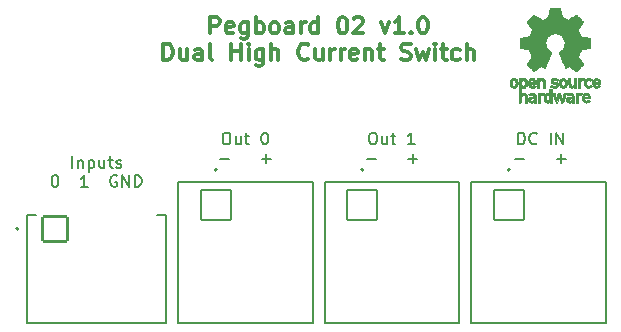
<source format=gbr>
%TF.GenerationSoftware,KiCad,Pcbnew,8.0.8*%
%TF.CreationDate,2025-03-09T17:27:28+01:00*%
%TF.ProjectId,02-dual-high-current-switch,30322d64-7561-46c2-9d68-6967682d6375,rev?*%
%TF.SameCoordinates,Original*%
%TF.FileFunction,Legend,Top*%
%TF.FilePolarity,Positive*%
%FSLAX46Y46*%
G04 Gerber Fmt 4.6, Leading zero omitted, Abs format (unit mm)*
G04 Created by KiCad (PCBNEW 8.0.8) date 2025-03-09 17:27:28*
%MOMM*%
%LPD*%
G01*
G04 APERTURE LIST*
G04 Aperture macros list*
%AMRoundRect*
0 Rectangle with rounded corners*
0 $1 Rounding radius*
0 $2 $3 $4 $5 $6 $7 $8 $9 X,Y pos of 4 corners*
0 Add a 4 corners polygon primitive as box body*
4,1,4,$2,$3,$4,$5,$6,$7,$8,$9,$2,$3,0*
0 Add four circle primitives for the rounded corners*
1,1,$1+$1,$2,$3*
1,1,$1+$1,$4,$5*
1,1,$1+$1,$6,$7*
1,1,$1+$1,$8,$9*
0 Add four rect primitives between the rounded corners*
20,1,$1+$1,$2,$3,$4,$5,0*
20,1,$1+$1,$4,$5,$6,$7,0*
20,1,$1+$1,$6,$7,$8,$9,0*
20,1,$1+$1,$8,$9,$2,$3,0*%
G04 Aperture macros list end*
%ADD10C,0.200000*%
%ADD11C,0.300000*%
%ADD12C,0.127000*%
%ADD13C,0.010000*%
%ADD14RoundRect,0.102000X-1.275000X-1.275000X1.275000X-1.275000X1.275000X1.275000X-1.275000X1.275000X0*%
%ADD15C,2.754000*%
%ADD16RoundRect,0.102000X-1.050000X-1.050000X1.050000X-1.050000X1.050000X1.050000X-1.050000X1.050000X0*%
%ADD17C,2.304000*%
%ADD18C,5.600000*%
G04 APERTURE END LIST*
D10*
X195209523Y-126547247D02*
X195399999Y-126547247D01*
X195399999Y-126547247D02*
X195495237Y-126594866D01*
X195495237Y-126594866D02*
X195590475Y-126690104D01*
X195590475Y-126690104D02*
X195638094Y-126880580D01*
X195638094Y-126880580D02*
X195638094Y-127213913D01*
X195638094Y-127213913D02*
X195590475Y-127404389D01*
X195590475Y-127404389D02*
X195495237Y-127499628D01*
X195495237Y-127499628D02*
X195399999Y-127547247D01*
X195399999Y-127547247D02*
X195209523Y-127547247D01*
X195209523Y-127547247D02*
X195114285Y-127499628D01*
X195114285Y-127499628D02*
X195019047Y-127404389D01*
X195019047Y-127404389D02*
X194971428Y-127213913D01*
X194971428Y-127213913D02*
X194971428Y-126880580D01*
X194971428Y-126880580D02*
X195019047Y-126690104D01*
X195019047Y-126690104D02*
X195114285Y-126594866D01*
X195114285Y-126594866D02*
X195209523Y-126547247D01*
X196495237Y-126880580D02*
X196495237Y-127547247D01*
X196066666Y-126880580D02*
X196066666Y-127404389D01*
X196066666Y-127404389D02*
X196114285Y-127499628D01*
X196114285Y-127499628D02*
X196209523Y-127547247D01*
X196209523Y-127547247D02*
X196352380Y-127547247D01*
X196352380Y-127547247D02*
X196447618Y-127499628D01*
X196447618Y-127499628D02*
X196495237Y-127452008D01*
X196828571Y-126880580D02*
X197209523Y-126880580D01*
X196971428Y-126547247D02*
X196971428Y-127404389D01*
X196971428Y-127404389D02*
X197019047Y-127499628D01*
X197019047Y-127499628D02*
X197114285Y-127547247D01*
X197114285Y-127547247D02*
X197209523Y-127547247D01*
X198828571Y-127547247D02*
X198257143Y-127547247D01*
X198542857Y-127547247D02*
X198542857Y-126547247D01*
X198542857Y-126547247D02*
X198447619Y-126690104D01*
X198447619Y-126690104D02*
X198352381Y-126785342D01*
X198352381Y-126785342D02*
X198257143Y-126832961D01*
X194757143Y-128776238D02*
X195519048Y-128776238D01*
X198280953Y-128776238D02*
X199042858Y-128776238D01*
X198661905Y-129157191D02*
X198661905Y-128395286D01*
D11*
X181533332Y-118159144D02*
X181533332Y-116759144D01*
X181533332Y-116759144D02*
X182066665Y-116759144D01*
X182066665Y-116759144D02*
X182199999Y-116825811D01*
X182199999Y-116825811D02*
X182266665Y-116892478D01*
X182266665Y-116892478D02*
X182333332Y-117025811D01*
X182333332Y-117025811D02*
X182333332Y-117225811D01*
X182333332Y-117225811D02*
X182266665Y-117359144D01*
X182266665Y-117359144D02*
X182199999Y-117425811D01*
X182199999Y-117425811D02*
X182066665Y-117492478D01*
X182066665Y-117492478D02*
X181533332Y-117492478D01*
X183466665Y-118092478D02*
X183333332Y-118159144D01*
X183333332Y-118159144D02*
X183066665Y-118159144D01*
X183066665Y-118159144D02*
X182933332Y-118092478D01*
X182933332Y-118092478D02*
X182866665Y-117959144D01*
X182866665Y-117959144D02*
X182866665Y-117425811D01*
X182866665Y-117425811D02*
X182933332Y-117292478D01*
X182933332Y-117292478D02*
X183066665Y-117225811D01*
X183066665Y-117225811D02*
X183333332Y-117225811D01*
X183333332Y-117225811D02*
X183466665Y-117292478D01*
X183466665Y-117292478D02*
X183533332Y-117425811D01*
X183533332Y-117425811D02*
X183533332Y-117559144D01*
X183533332Y-117559144D02*
X182866665Y-117692478D01*
X184733332Y-117225811D02*
X184733332Y-118359144D01*
X184733332Y-118359144D02*
X184666665Y-118492478D01*
X184666665Y-118492478D02*
X184599999Y-118559144D01*
X184599999Y-118559144D02*
X184466665Y-118625811D01*
X184466665Y-118625811D02*
X184266665Y-118625811D01*
X184266665Y-118625811D02*
X184133332Y-118559144D01*
X184733332Y-118092478D02*
X184599999Y-118159144D01*
X184599999Y-118159144D02*
X184333332Y-118159144D01*
X184333332Y-118159144D02*
X184199999Y-118092478D01*
X184199999Y-118092478D02*
X184133332Y-118025811D01*
X184133332Y-118025811D02*
X184066665Y-117892478D01*
X184066665Y-117892478D02*
X184066665Y-117492478D01*
X184066665Y-117492478D02*
X184133332Y-117359144D01*
X184133332Y-117359144D02*
X184199999Y-117292478D01*
X184199999Y-117292478D02*
X184333332Y-117225811D01*
X184333332Y-117225811D02*
X184599999Y-117225811D01*
X184599999Y-117225811D02*
X184733332Y-117292478D01*
X185399999Y-118159144D02*
X185399999Y-116759144D01*
X185399999Y-117292478D02*
X185533332Y-117225811D01*
X185533332Y-117225811D02*
X185799999Y-117225811D01*
X185799999Y-117225811D02*
X185933332Y-117292478D01*
X185933332Y-117292478D02*
X185999999Y-117359144D01*
X185999999Y-117359144D02*
X186066666Y-117492478D01*
X186066666Y-117492478D02*
X186066666Y-117892478D01*
X186066666Y-117892478D02*
X185999999Y-118025811D01*
X185999999Y-118025811D02*
X185933332Y-118092478D01*
X185933332Y-118092478D02*
X185799999Y-118159144D01*
X185799999Y-118159144D02*
X185533332Y-118159144D01*
X185533332Y-118159144D02*
X185399999Y-118092478D01*
X186866666Y-118159144D02*
X186733333Y-118092478D01*
X186733333Y-118092478D02*
X186666666Y-118025811D01*
X186666666Y-118025811D02*
X186599999Y-117892478D01*
X186599999Y-117892478D02*
X186599999Y-117492478D01*
X186599999Y-117492478D02*
X186666666Y-117359144D01*
X186666666Y-117359144D02*
X186733333Y-117292478D01*
X186733333Y-117292478D02*
X186866666Y-117225811D01*
X186866666Y-117225811D02*
X187066666Y-117225811D01*
X187066666Y-117225811D02*
X187199999Y-117292478D01*
X187199999Y-117292478D02*
X187266666Y-117359144D01*
X187266666Y-117359144D02*
X187333333Y-117492478D01*
X187333333Y-117492478D02*
X187333333Y-117892478D01*
X187333333Y-117892478D02*
X187266666Y-118025811D01*
X187266666Y-118025811D02*
X187199999Y-118092478D01*
X187199999Y-118092478D02*
X187066666Y-118159144D01*
X187066666Y-118159144D02*
X186866666Y-118159144D01*
X188533333Y-118159144D02*
X188533333Y-117425811D01*
X188533333Y-117425811D02*
X188466666Y-117292478D01*
X188466666Y-117292478D02*
X188333333Y-117225811D01*
X188333333Y-117225811D02*
X188066666Y-117225811D01*
X188066666Y-117225811D02*
X187933333Y-117292478D01*
X188533333Y-118092478D02*
X188400000Y-118159144D01*
X188400000Y-118159144D02*
X188066666Y-118159144D01*
X188066666Y-118159144D02*
X187933333Y-118092478D01*
X187933333Y-118092478D02*
X187866666Y-117959144D01*
X187866666Y-117959144D02*
X187866666Y-117825811D01*
X187866666Y-117825811D02*
X187933333Y-117692478D01*
X187933333Y-117692478D02*
X188066666Y-117625811D01*
X188066666Y-117625811D02*
X188400000Y-117625811D01*
X188400000Y-117625811D02*
X188533333Y-117559144D01*
X189200000Y-118159144D02*
X189200000Y-117225811D01*
X189200000Y-117492478D02*
X189266667Y-117359144D01*
X189266667Y-117359144D02*
X189333333Y-117292478D01*
X189333333Y-117292478D02*
X189466667Y-117225811D01*
X189466667Y-117225811D02*
X189600000Y-117225811D01*
X190666667Y-118159144D02*
X190666667Y-116759144D01*
X190666667Y-118092478D02*
X190533334Y-118159144D01*
X190533334Y-118159144D02*
X190266667Y-118159144D01*
X190266667Y-118159144D02*
X190133334Y-118092478D01*
X190133334Y-118092478D02*
X190066667Y-118025811D01*
X190066667Y-118025811D02*
X190000000Y-117892478D01*
X190000000Y-117892478D02*
X190000000Y-117492478D01*
X190000000Y-117492478D02*
X190066667Y-117359144D01*
X190066667Y-117359144D02*
X190133334Y-117292478D01*
X190133334Y-117292478D02*
X190266667Y-117225811D01*
X190266667Y-117225811D02*
X190533334Y-117225811D01*
X190533334Y-117225811D02*
X190666667Y-117292478D01*
X192666668Y-116759144D02*
X192800001Y-116759144D01*
X192800001Y-116759144D02*
X192933334Y-116825811D01*
X192933334Y-116825811D02*
X193000001Y-116892478D01*
X193000001Y-116892478D02*
X193066668Y-117025811D01*
X193066668Y-117025811D02*
X193133334Y-117292478D01*
X193133334Y-117292478D02*
X193133334Y-117625811D01*
X193133334Y-117625811D02*
X193066668Y-117892478D01*
X193066668Y-117892478D02*
X193000001Y-118025811D01*
X193000001Y-118025811D02*
X192933334Y-118092478D01*
X192933334Y-118092478D02*
X192800001Y-118159144D01*
X192800001Y-118159144D02*
X192666668Y-118159144D01*
X192666668Y-118159144D02*
X192533334Y-118092478D01*
X192533334Y-118092478D02*
X192466668Y-118025811D01*
X192466668Y-118025811D02*
X192400001Y-117892478D01*
X192400001Y-117892478D02*
X192333334Y-117625811D01*
X192333334Y-117625811D02*
X192333334Y-117292478D01*
X192333334Y-117292478D02*
X192400001Y-117025811D01*
X192400001Y-117025811D02*
X192466668Y-116892478D01*
X192466668Y-116892478D02*
X192533334Y-116825811D01*
X192533334Y-116825811D02*
X192666668Y-116759144D01*
X193666667Y-116892478D02*
X193733334Y-116825811D01*
X193733334Y-116825811D02*
X193866667Y-116759144D01*
X193866667Y-116759144D02*
X194200001Y-116759144D01*
X194200001Y-116759144D02*
X194333334Y-116825811D01*
X194333334Y-116825811D02*
X194400001Y-116892478D01*
X194400001Y-116892478D02*
X194466667Y-117025811D01*
X194466667Y-117025811D02*
X194466667Y-117159144D01*
X194466667Y-117159144D02*
X194400001Y-117359144D01*
X194400001Y-117359144D02*
X193600001Y-118159144D01*
X193600001Y-118159144D02*
X194466667Y-118159144D01*
X196000001Y-117225811D02*
X196333334Y-118159144D01*
X196333334Y-118159144D02*
X196666667Y-117225811D01*
X197933334Y-118159144D02*
X197133334Y-118159144D01*
X197533334Y-118159144D02*
X197533334Y-116759144D01*
X197533334Y-116759144D02*
X197400001Y-116959144D01*
X197400001Y-116959144D02*
X197266668Y-117092478D01*
X197266668Y-117092478D02*
X197133334Y-117159144D01*
X198533334Y-118025811D02*
X198600001Y-118092478D01*
X198600001Y-118092478D02*
X198533334Y-118159144D01*
X198533334Y-118159144D02*
X198466667Y-118092478D01*
X198466667Y-118092478D02*
X198533334Y-118025811D01*
X198533334Y-118025811D02*
X198533334Y-118159144D01*
X199466668Y-116759144D02*
X199600001Y-116759144D01*
X199600001Y-116759144D02*
X199733334Y-116825811D01*
X199733334Y-116825811D02*
X199800001Y-116892478D01*
X199800001Y-116892478D02*
X199866668Y-117025811D01*
X199866668Y-117025811D02*
X199933334Y-117292478D01*
X199933334Y-117292478D02*
X199933334Y-117625811D01*
X199933334Y-117625811D02*
X199866668Y-117892478D01*
X199866668Y-117892478D02*
X199800001Y-118025811D01*
X199800001Y-118025811D02*
X199733334Y-118092478D01*
X199733334Y-118092478D02*
X199600001Y-118159144D01*
X199600001Y-118159144D02*
X199466668Y-118159144D01*
X199466668Y-118159144D02*
X199333334Y-118092478D01*
X199333334Y-118092478D02*
X199266668Y-118025811D01*
X199266668Y-118025811D02*
X199200001Y-117892478D01*
X199200001Y-117892478D02*
X199133334Y-117625811D01*
X199133334Y-117625811D02*
X199133334Y-117292478D01*
X199133334Y-117292478D02*
X199200001Y-117025811D01*
X199200001Y-117025811D02*
X199266668Y-116892478D01*
X199266668Y-116892478D02*
X199333334Y-116825811D01*
X199333334Y-116825811D02*
X199466668Y-116759144D01*
X177566664Y-120413066D02*
X177566664Y-119013066D01*
X177566664Y-119013066D02*
X177899997Y-119013066D01*
X177899997Y-119013066D02*
X178099997Y-119079733D01*
X178099997Y-119079733D02*
X178233331Y-119213066D01*
X178233331Y-119213066D02*
X178299997Y-119346400D01*
X178299997Y-119346400D02*
X178366664Y-119613066D01*
X178366664Y-119613066D02*
X178366664Y-119813066D01*
X178366664Y-119813066D02*
X178299997Y-120079733D01*
X178299997Y-120079733D02*
X178233331Y-120213066D01*
X178233331Y-120213066D02*
X178099997Y-120346400D01*
X178099997Y-120346400D02*
X177899997Y-120413066D01*
X177899997Y-120413066D02*
X177566664Y-120413066D01*
X179566664Y-119479733D02*
X179566664Y-120413066D01*
X178966664Y-119479733D02*
X178966664Y-120213066D01*
X178966664Y-120213066D02*
X179033331Y-120346400D01*
X179033331Y-120346400D02*
X179166664Y-120413066D01*
X179166664Y-120413066D02*
X179366664Y-120413066D01*
X179366664Y-120413066D02*
X179499997Y-120346400D01*
X179499997Y-120346400D02*
X179566664Y-120279733D01*
X180833331Y-120413066D02*
X180833331Y-119679733D01*
X180833331Y-119679733D02*
X180766664Y-119546400D01*
X180766664Y-119546400D02*
X180633331Y-119479733D01*
X180633331Y-119479733D02*
X180366664Y-119479733D01*
X180366664Y-119479733D02*
X180233331Y-119546400D01*
X180833331Y-120346400D02*
X180699998Y-120413066D01*
X180699998Y-120413066D02*
X180366664Y-120413066D01*
X180366664Y-120413066D02*
X180233331Y-120346400D01*
X180233331Y-120346400D02*
X180166664Y-120213066D01*
X180166664Y-120213066D02*
X180166664Y-120079733D01*
X180166664Y-120079733D02*
X180233331Y-119946400D01*
X180233331Y-119946400D02*
X180366664Y-119879733D01*
X180366664Y-119879733D02*
X180699998Y-119879733D01*
X180699998Y-119879733D02*
X180833331Y-119813066D01*
X181699998Y-120413066D02*
X181566665Y-120346400D01*
X181566665Y-120346400D02*
X181499998Y-120213066D01*
X181499998Y-120213066D02*
X181499998Y-119013066D01*
X183299998Y-120413066D02*
X183299998Y-119013066D01*
X183299998Y-119679733D02*
X184099998Y-119679733D01*
X184099998Y-120413066D02*
X184099998Y-119013066D01*
X184766665Y-120413066D02*
X184766665Y-119479733D01*
X184766665Y-119013066D02*
X184699998Y-119079733D01*
X184699998Y-119079733D02*
X184766665Y-119146400D01*
X184766665Y-119146400D02*
X184833332Y-119079733D01*
X184833332Y-119079733D02*
X184766665Y-119013066D01*
X184766665Y-119013066D02*
X184766665Y-119146400D01*
X186033332Y-119479733D02*
X186033332Y-120613066D01*
X186033332Y-120613066D02*
X185966665Y-120746400D01*
X185966665Y-120746400D02*
X185899999Y-120813066D01*
X185899999Y-120813066D02*
X185766665Y-120879733D01*
X185766665Y-120879733D02*
X185566665Y-120879733D01*
X185566665Y-120879733D02*
X185433332Y-120813066D01*
X186033332Y-120346400D02*
X185899999Y-120413066D01*
X185899999Y-120413066D02*
X185633332Y-120413066D01*
X185633332Y-120413066D02*
X185499999Y-120346400D01*
X185499999Y-120346400D02*
X185433332Y-120279733D01*
X185433332Y-120279733D02*
X185366665Y-120146400D01*
X185366665Y-120146400D02*
X185366665Y-119746400D01*
X185366665Y-119746400D02*
X185433332Y-119613066D01*
X185433332Y-119613066D02*
X185499999Y-119546400D01*
X185499999Y-119546400D02*
X185633332Y-119479733D01*
X185633332Y-119479733D02*
X185899999Y-119479733D01*
X185899999Y-119479733D02*
X186033332Y-119546400D01*
X186699999Y-120413066D02*
X186699999Y-119013066D01*
X187299999Y-120413066D02*
X187299999Y-119679733D01*
X187299999Y-119679733D02*
X187233332Y-119546400D01*
X187233332Y-119546400D02*
X187099999Y-119479733D01*
X187099999Y-119479733D02*
X186899999Y-119479733D01*
X186899999Y-119479733D02*
X186766666Y-119546400D01*
X186766666Y-119546400D02*
X186699999Y-119613066D01*
X189833333Y-120279733D02*
X189766666Y-120346400D01*
X189766666Y-120346400D02*
X189566666Y-120413066D01*
X189566666Y-120413066D02*
X189433333Y-120413066D01*
X189433333Y-120413066D02*
X189233333Y-120346400D01*
X189233333Y-120346400D02*
X189100000Y-120213066D01*
X189100000Y-120213066D02*
X189033333Y-120079733D01*
X189033333Y-120079733D02*
X188966666Y-119813066D01*
X188966666Y-119813066D02*
X188966666Y-119613066D01*
X188966666Y-119613066D02*
X189033333Y-119346400D01*
X189033333Y-119346400D02*
X189100000Y-119213066D01*
X189100000Y-119213066D02*
X189233333Y-119079733D01*
X189233333Y-119079733D02*
X189433333Y-119013066D01*
X189433333Y-119013066D02*
X189566666Y-119013066D01*
X189566666Y-119013066D02*
X189766666Y-119079733D01*
X189766666Y-119079733D02*
X189833333Y-119146400D01*
X191033333Y-119479733D02*
X191033333Y-120413066D01*
X190433333Y-119479733D02*
X190433333Y-120213066D01*
X190433333Y-120213066D02*
X190500000Y-120346400D01*
X190500000Y-120346400D02*
X190633333Y-120413066D01*
X190633333Y-120413066D02*
X190833333Y-120413066D01*
X190833333Y-120413066D02*
X190966666Y-120346400D01*
X190966666Y-120346400D02*
X191033333Y-120279733D01*
X191700000Y-120413066D02*
X191700000Y-119479733D01*
X191700000Y-119746400D02*
X191766667Y-119613066D01*
X191766667Y-119613066D02*
X191833333Y-119546400D01*
X191833333Y-119546400D02*
X191966667Y-119479733D01*
X191966667Y-119479733D02*
X192100000Y-119479733D01*
X192566667Y-120413066D02*
X192566667Y-119479733D01*
X192566667Y-119746400D02*
X192633334Y-119613066D01*
X192633334Y-119613066D02*
X192700000Y-119546400D01*
X192700000Y-119546400D02*
X192833334Y-119479733D01*
X192833334Y-119479733D02*
X192966667Y-119479733D01*
X193966667Y-120346400D02*
X193833334Y-120413066D01*
X193833334Y-120413066D02*
X193566667Y-120413066D01*
X193566667Y-120413066D02*
X193433334Y-120346400D01*
X193433334Y-120346400D02*
X193366667Y-120213066D01*
X193366667Y-120213066D02*
X193366667Y-119679733D01*
X193366667Y-119679733D02*
X193433334Y-119546400D01*
X193433334Y-119546400D02*
X193566667Y-119479733D01*
X193566667Y-119479733D02*
X193833334Y-119479733D01*
X193833334Y-119479733D02*
X193966667Y-119546400D01*
X193966667Y-119546400D02*
X194033334Y-119679733D01*
X194033334Y-119679733D02*
X194033334Y-119813066D01*
X194033334Y-119813066D02*
X193366667Y-119946400D01*
X194633334Y-119479733D02*
X194633334Y-120413066D01*
X194633334Y-119613066D02*
X194700001Y-119546400D01*
X194700001Y-119546400D02*
X194833334Y-119479733D01*
X194833334Y-119479733D02*
X195033334Y-119479733D01*
X195033334Y-119479733D02*
X195166667Y-119546400D01*
X195166667Y-119546400D02*
X195233334Y-119679733D01*
X195233334Y-119679733D02*
X195233334Y-120413066D01*
X195700001Y-119479733D02*
X196233334Y-119479733D01*
X195900001Y-119013066D02*
X195900001Y-120213066D01*
X195900001Y-120213066D02*
X195966668Y-120346400D01*
X195966668Y-120346400D02*
X196100001Y-120413066D01*
X196100001Y-120413066D02*
X196233334Y-120413066D01*
X197700001Y-120346400D02*
X197900001Y-120413066D01*
X197900001Y-120413066D02*
X198233335Y-120413066D01*
X198233335Y-120413066D02*
X198366668Y-120346400D01*
X198366668Y-120346400D02*
X198433335Y-120279733D01*
X198433335Y-120279733D02*
X198500001Y-120146400D01*
X198500001Y-120146400D02*
X198500001Y-120013066D01*
X198500001Y-120013066D02*
X198433335Y-119879733D01*
X198433335Y-119879733D02*
X198366668Y-119813066D01*
X198366668Y-119813066D02*
X198233335Y-119746400D01*
X198233335Y-119746400D02*
X197966668Y-119679733D01*
X197966668Y-119679733D02*
X197833335Y-119613066D01*
X197833335Y-119613066D02*
X197766668Y-119546400D01*
X197766668Y-119546400D02*
X197700001Y-119413066D01*
X197700001Y-119413066D02*
X197700001Y-119279733D01*
X197700001Y-119279733D02*
X197766668Y-119146400D01*
X197766668Y-119146400D02*
X197833335Y-119079733D01*
X197833335Y-119079733D02*
X197966668Y-119013066D01*
X197966668Y-119013066D02*
X198300001Y-119013066D01*
X198300001Y-119013066D02*
X198500001Y-119079733D01*
X198966668Y-119479733D02*
X199233334Y-120413066D01*
X199233334Y-120413066D02*
X199500001Y-119746400D01*
X199500001Y-119746400D02*
X199766668Y-120413066D01*
X199766668Y-120413066D02*
X200033334Y-119479733D01*
X200566668Y-120413066D02*
X200566668Y-119479733D01*
X200566668Y-119013066D02*
X200500001Y-119079733D01*
X200500001Y-119079733D02*
X200566668Y-119146400D01*
X200566668Y-119146400D02*
X200633335Y-119079733D01*
X200633335Y-119079733D02*
X200566668Y-119013066D01*
X200566668Y-119013066D02*
X200566668Y-119146400D01*
X201033335Y-119479733D02*
X201566668Y-119479733D01*
X201233335Y-119013066D02*
X201233335Y-120213066D01*
X201233335Y-120213066D02*
X201300002Y-120346400D01*
X201300002Y-120346400D02*
X201433335Y-120413066D01*
X201433335Y-120413066D02*
X201566668Y-120413066D01*
X202633335Y-120346400D02*
X202500002Y-120413066D01*
X202500002Y-120413066D02*
X202233335Y-120413066D01*
X202233335Y-120413066D02*
X202100002Y-120346400D01*
X202100002Y-120346400D02*
X202033335Y-120279733D01*
X202033335Y-120279733D02*
X201966668Y-120146400D01*
X201966668Y-120146400D02*
X201966668Y-119746400D01*
X201966668Y-119746400D02*
X202033335Y-119613066D01*
X202033335Y-119613066D02*
X202100002Y-119546400D01*
X202100002Y-119546400D02*
X202233335Y-119479733D01*
X202233335Y-119479733D02*
X202500002Y-119479733D01*
X202500002Y-119479733D02*
X202633335Y-119546400D01*
X203233335Y-120413066D02*
X203233335Y-119013066D01*
X203833335Y-120413066D02*
X203833335Y-119679733D01*
X203833335Y-119679733D02*
X203766668Y-119546400D01*
X203766668Y-119546400D02*
X203633335Y-119479733D01*
X203633335Y-119479733D02*
X203433335Y-119479733D01*
X203433335Y-119479733D02*
X203300002Y-119546400D01*
X203300002Y-119546400D02*
X203233335Y-119613066D01*
D10*
X169852381Y-129547247D02*
X169852381Y-128547247D01*
X170328571Y-128880580D02*
X170328571Y-129547247D01*
X170328571Y-128975818D02*
X170376190Y-128928199D01*
X170376190Y-128928199D02*
X170471428Y-128880580D01*
X170471428Y-128880580D02*
X170614285Y-128880580D01*
X170614285Y-128880580D02*
X170709523Y-128928199D01*
X170709523Y-128928199D02*
X170757142Y-129023437D01*
X170757142Y-129023437D02*
X170757142Y-129547247D01*
X171233333Y-128880580D02*
X171233333Y-129880580D01*
X171233333Y-128928199D02*
X171328571Y-128880580D01*
X171328571Y-128880580D02*
X171519047Y-128880580D01*
X171519047Y-128880580D02*
X171614285Y-128928199D01*
X171614285Y-128928199D02*
X171661904Y-128975818D01*
X171661904Y-128975818D02*
X171709523Y-129071056D01*
X171709523Y-129071056D02*
X171709523Y-129356770D01*
X171709523Y-129356770D02*
X171661904Y-129452008D01*
X171661904Y-129452008D02*
X171614285Y-129499628D01*
X171614285Y-129499628D02*
X171519047Y-129547247D01*
X171519047Y-129547247D02*
X171328571Y-129547247D01*
X171328571Y-129547247D02*
X171233333Y-129499628D01*
X172566666Y-128880580D02*
X172566666Y-129547247D01*
X172138095Y-128880580D02*
X172138095Y-129404389D01*
X172138095Y-129404389D02*
X172185714Y-129499628D01*
X172185714Y-129499628D02*
X172280952Y-129547247D01*
X172280952Y-129547247D02*
X172423809Y-129547247D01*
X172423809Y-129547247D02*
X172519047Y-129499628D01*
X172519047Y-129499628D02*
X172566666Y-129452008D01*
X172900000Y-128880580D02*
X173280952Y-128880580D01*
X173042857Y-128547247D02*
X173042857Y-129404389D01*
X173042857Y-129404389D02*
X173090476Y-129499628D01*
X173090476Y-129499628D02*
X173185714Y-129547247D01*
X173185714Y-129547247D02*
X173280952Y-129547247D01*
X173566667Y-129499628D02*
X173661905Y-129547247D01*
X173661905Y-129547247D02*
X173852381Y-129547247D01*
X173852381Y-129547247D02*
X173947619Y-129499628D01*
X173947619Y-129499628D02*
X173995238Y-129404389D01*
X173995238Y-129404389D02*
X173995238Y-129356770D01*
X173995238Y-129356770D02*
X173947619Y-129261532D01*
X173947619Y-129261532D02*
X173852381Y-129213913D01*
X173852381Y-129213913D02*
X173709524Y-129213913D01*
X173709524Y-129213913D02*
X173614286Y-129166294D01*
X173614286Y-129166294D02*
X173566667Y-129071056D01*
X173566667Y-129071056D02*
X173566667Y-129023437D01*
X173566667Y-129023437D02*
X173614286Y-128928199D01*
X173614286Y-128928199D02*
X173709524Y-128880580D01*
X173709524Y-128880580D02*
X173852381Y-128880580D01*
X173852381Y-128880580D02*
X173947619Y-128928199D01*
X168328571Y-130157191D02*
X168423809Y-130157191D01*
X168423809Y-130157191D02*
X168519047Y-130204810D01*
X168519047Y-130204810D02*
X168566666Y-130252429D01*
X168566666Y-130252429D02*
X168614285Y-130347667D01*
X168614285Y-130347667D02*
X168661904Y-130538143D01*
X168661904Y-130538143D02*
X168661904Y-130776238D01*
X168661904Y-130776238D02*
X168614285Y-130966714D01*
X168614285Y-130966714D02*
X168566666Y-131061952D01*
X168566666Y-131061952D02*
X168519047Y-131109572D01*
X168519047Y-131109572D02*
X168423809Y-131157191D01*
X168423809Y-131157191D02*
X168328571Y-131157191D01*
X168328571Y-131157191D02*
X168233333Y-131109572D01*
X168233333Y-131109572D02*
X168185714Y-131061952D01*
X168185714Y-131061952D02*
X168138095Y-130966714D01*
X168138095Y-130966714D02*
X168090476Y-130776238D01*
X168090476Y-130776238D02*
X168090476Y-130538143D01*
X168090476Y-130538143D02*
X168138095Y-130347667D01*
X168138095Y-130347667D02*
X168185714Y-130252429D01*
X168185714Y-130252429D02*
X168233333Y-130204810D01*
X168233333Y-130204810D02*
X168328571Y-130157191D01*
X171138095Y-131157191D02*
X170566667Y-131157191D01*
X170852381Y-131157191D02*
X170852381Y-130157191D01*
X170852381Y-130157191D02*
X170757143Y-130300048D01*
X170757143Y-130300048D02*
X170661905Y-130395286D01*
X170661905Y-130395286D02*
X170566667Y-130442905D01*
X173614286Y-130204810D02*
X173519048Y-130157191D01*
X173519048Y-130157191D02*
X173376191Y-130157191D01*
X173376191Y-130157191D02*
X173233334Y-130204810D01*
X173233334Y-130204810D02*
X173138096Y-130300048D01*
X173138096Y-130300048D02*
X173090477Y-130395286D01*
X173090477Y-130395286D02*
X173042858Y-130585762D01*
X173042858Y-130585762D02*
X173042858Y-130728619D01*
X173042858Y-130728619D02*
X173090477Y-130919095D01*
X173090477Y-130919095D02*
X173138096Y-131014333D01*
X173138096Y-131014333D02*
X173233334Y-131109572D01*
X173233334Y-131109572D02*
X173376191Y-131157191D01*
X173376191Y-131157191D02*
X173471429Y-131157191D01*
X173471429Y-131157191D02*
X173614286Y-131109572D01*
X173614286Y-131109572D02*
X173661905Y-131061952D01*
X173661905Y-131061952D02*
X173661905Y-130728619D01*
X173661905Y-130728619D02*
X173471429Y-130728619D01*
X174090477Y-131157191D02*
X174090477Y-130157191D01*
X174090477Y-130157191D02*
X174661905Y-131157191D01*
X174661905Y-131157191D02*
X174661905Y-130157191D01*
X175138096Y-131157191D02*
X175138096Y-130157191D01*
X175138096Y-130157191D02*
X175376191Y-130157191D01*
X175376191Y-130157191D02*
X175519048Y-130204810D01*
X175519048Y-130204810D02*
X175614286Y-130300048D01*
X175614286Y-130300048D02*
X175661905Y-130395286D01*
X175661905Y-130395286D02*
X175709524Y-130585762D01*
X175709524Y-130585762D02*
X175709524Y-130728619D01*
X175709524Y-130728619D02*
X175661905Y-130919095D01*
X175661905Y-130919095D02*
X175614286Y-131014333D01*
X175614286Y-131014333D02*
X175519048Y-131109572D01*
X175519048Y-131109572D02*
X175376191Y-131157191D01*
X175376191Y-131157191D02*
X175138096Y-131157191D01*
X207595238Y-127547247D02*
X207595238Y-126547247D01*
X207595238Y-126547247D02*
X207833333Y-126547247D01*
X207833333Y-126547247D02*
X207976190Y-126594866D01*
X207976190Y-126594866D02*
X208071428Y-126690104D01*
X208071428Y-126690104D02*
X208119047Y-126785342D01*
X208119047Y-126785342D02*
X208166666Y-126975818D01*
X208166666Y-126975818D02*
X208166666Y-127118675D01*
X208166666Y-127118675D02*
X208119047Y-127309151D01*
X208119047Y-127309151D02*
X208071428Y-127404389D01*
X208071428Y-127404389D02*
X207976190Y-127499628D01*
X207976190Y-127499628D02*
X207833333Y-127547247D01*
X207833333Y-127547247D02*
X207595238Y-127547247D01*
X209166666Y-127452008D02*
X209119047Y-127499628D01*
X209119047Y-127499628D02*
X208976190Y-127547247D01*
X208976190Y-127547247D02*
X208880952Y-127547247D01*
X208880952Y-127547247D02*
X208738095Y-127499628D01*
X208738095Y-127499628D02*
X208642857Y-127404389D01*
X208642857Y-127404389D02*
X208595238Y-127309151D01*
X208595238Y-127309151D02*
X208547619Y-127118675D01*
X208547619Y-127118675D02*
X208547619Y-126975818D01*
X208547619Y-126975818D02*
X208595238Y-126785342D01*
X208595238Y-126785342D02*
X208642857Y-126690104D01*
X208642857Y-126690104D02*
X208738095Y-126594866D01*
X208738095Y-126594866D02*
X208880952Y-126547247D01*
X208880952Y-126547247D02*
X208976190Y-126547247D01*
X208976190Y-126547247D02*
X209119047Y-126594866D01*
X209119047Y-126594866D02*
X209166666Y-126642485D01*
X210357143Y-127547247D02*
X210357143Y-126547247D01*
X210833333Y-127547247D02*
X210833333Y-126547247D01*
X210833333Y-126547247D02*
X211404761Y-127547247D01*
X211404761Y-127547247D02*
X211404761Y-126547247D01*
X207357143Y-128776238D02*
X208119048Y-128776238D01*
X210880953Y-128776238D02*
X211642858Y-128776238D01*
X211261905Y-129157191D02*
X211261905Y-128395286D01*
X182809523Y-126547247D02*
X182999999Y-126547247D01*
X182999999Y-126547247D02*
X183095237Y-126594866D01*
X183095237Y-126594866D02*
X183190475Y-126690104D01*
X183190475Y-126690104D02*
X183238094Y-126880580D01*
X183238094Y-126880580D02*
X183238094Y-127213913D01*
X183238094Y-127213913D02*
X183190475Y-127404389D01*
X183190475Y-127404389D02*
X183095237Y-127499628D01*
X183095237Y-127499628D02*
X182999999Y-127547247D01*
X182999999Y-127547247D02*
X182809523Y-127547247D01*
X182809523Y-127547247D02*
X182714285Y-127499628D01*
X182714285Y-127499628D02*
X182619047Y-127404389D01*
X182619047Y-127404389D02*
X182571428Y-127213913D01*
X182571428Y-127213913D02*
X182571428Y-126880580D01*
X182571428Y-126880580D02*
X182619047Y-126690104D01*
X182619047Y-126690104D02*
X182714285Y-126594866D01*
X182714285Y-126594866D02*
X182809523Y-126547247D01*
X184095237Y-126880580D02*
X184095237Y-127547247D01*
X183666666Y-126880580D02*
X183666666Y-127404389D01*
X183666666Y-127404389D02*
X183714285Y-127499628D01*
X183714285Y-127499628D02*
X183809523Y-127547247D01*
X183809523Y-127547247D02*
X183952380Y-127547247D01*
X183952380Y-127547247D02*
X184047618Y-127499628D01*
X184047618Y-127499628D02*
X184095237Y-127452008D01*
X184428571Y-126880580D02*
X184809523Y-126880580D01*
X184571428Y-126547247D02*
X184571428Y-127404389D01*
X184571428Y-127404389D02*
X184619047Y-127499628D01*
X184619047Y-127499628D02*
X184714285Y-127547247D01*
X184714285Y-127547247D02*
X184809523Y-127547247D01*
X186095238Y-126547247D02*
X186190476Y-126547247D01*
X186190476Y-126547247D02*
X186285714Y-126594866D01*
X186285714Y-126594866D02*
X186333333Y-126642485D01*
X186333333Y-126642485D02*
X186380952Y-126737723D01*
X186380952Y-126737723D02*
X186428571Y-126928199D01*
X186428571Y-126928199D02*
X186428571Y-127166294D01*
X186428571Y-127166294D02*
X186380952Y-127356770D01*
X186380952Y-127356770D02*
X186333333Y-127452008D01*
X186333333Y-127452008D02*
X186285714Y-127499628D01*
X186285714Y-127499628D02*
X186190476Y-127547247D01*
X186190476Y-127547247D02*
X186095238Y-127547247D01*
X186095238Y-127547247D02*
X186000000Y-127499628D01*
X186000000Y-127499628D02*
X185952381Y-127452008D01*
X185952381Y-127452008D02*
X185904762Y-127356770D01*
X185904762Y-127356770D02*
X185857143Y-127166294D01*
X185857143Y-127166294D02*
X185857143Y-126928199D01*
X185857143Y-126928199D02*
X185904762Y-126737723D01*
X185904762Y-126737723D02*
X185952381Y-126642485D01*
X185952381Y-126642485D02*
X186000000Y-126594866D01*
X186000000Y-126594866D02*
X186095238Y-126547247D01*
X182357143Y-128776238D02*
X183119048Y-128776238D01*
X185880953Y-128776238D02*
X186642858Y-128776238D01*
X186261905Y-129157191D02*
X186261905Y-128395286D01*
D12*
%TO.C,J4*%
X191200000Y-130700000D02*
X202600000Y-130700000D01*
X191200000Y-142700000D02*
X191200000Y-130700000D01*
X202600000Y-130700000D02*
X202600000Y-142700000D01*
X202600000Y-142700000D02*
X191200000Y-142700000D01*
D10*
X194500000Y-129700000D02*
G75*
G02*
X194300000Y-129700000I-100000J0D01*
G01*
X194300000Y-129700000D02*
G75*
G02*
X194500000Y-129700000I100000J0D01*
G01*
D12*
%TO.C,J1*%
X203600000Y-130700000D02*
X215000000Y-130700000D01*
X203600000Y-142700000D02*
X203600000Y-130700000D01*
X215000000Y-130700000D02*
X215000000Y-142700000D01*
X215000000Y-142700000D02*
X203600000Y-142700000D01*
D10*
X206900000Y-129700000D02*
G75*
G02*
X206700000Y-129700000I-100000J0D01*
G01*
X206700000Y-129700000D02*
G75*
G02*
X206900000Y-129700000I100000J0D01*
G01*
D12*
%TO.C,J3*%
X178800000Y-130700000D02*
X190200000Y-130700000D01*
X178800000Y-142700000D02*
X178800000Y-130700000D01*
X190200000Y-130700000D02*
X190200000Y-142700000D01*
X190200000Y-142700000D02*
X178800000Y-142700000D01*
D10*
X182100000Y-129700000D02*
G75*
G02*
X181900000Y-129700000I-100000J0D01*
G01*
X181900000Y-129700000D02*
G75*
G02*
X182100000Y-129700000I100000J0D01*
G01*
D12*
%TO.C,J2*%
X166047500Y-133500000D02*
X166047500Y-142700000D01*
X166047500Y-133500000D02*
X166747500Y-133500000D01*
X166047500Y-142700000D02*
X177747500Y-142700000D01*
X177047500Y-133500000D02*
X177747500Y-133500000D01*
X177747500Y-142700000D02*
X177747500Y-133500000D01*
D10*
X165277500Y-134700000D02*
G75*
G02*
X165077500Y-134700000I-100000J0D01*
G01*
X165077500Y-134700000D02*
G75*
G02*
X165277500Y-134700000I100000J0D01*
G01*
D13*
%TO.C,SYM1*%
X213091388Y-121937645D02*
X213148865Y-121955206D01*
X213185872Y-121977395D01*
X213197927Y-121994942D01*
X213194609Y-122015742D01*
X213173079Y-122048419D01*
X213154874Y-122071562D01*
X213117344Y-122113402D01*
X213089148Y-122131005D01*
X213065111Y-122129856D01*
X212993808Y-122111710D01*
X212941442Y-122112534D01*
X212898918Y-122133098D01*
X212884642Y-122145134D01*
X212838947Y-122187483D01*
X212838947Y-122740526D01*
X212655131Y-122740526D01*
X212655131Y-121938421D01*
X212747039Y-121938421D01*
X212802219Y-121940603D01*
X212830688Y-121948351D01*
X212838943Y-121963468D01*
X212838947Y-121963916D01*
X212842845Y-121979749D01*
X212860474Y-121977684D01*
X212884901Y-121966261D01*
X212935350Y-121945005D01*
X212976316Y-121932216D01*
X213029028Y-121928938D01*
X213091388Y-121937645D01*
G36*
X213091388Y-121937645D02*
G01*
X213148865Y-121955206D01*
X213185872Y-121977395D01*
X213197927Y-121994942D01*
X213194609Y-122015742D01*
X213173079Y-122048419D01*
X213154874Y-122071562D01*
X213117344Y-122113402D01*
X213089148Y-122131005D01*
X213065111Y-122129856D01*
X212993808Y-122111710D01*
X212941442Y-122112534D01*
X212898918Y-122133098D01*
X212884642Y-122145134D01*
X212838947Y-122187483D01*
X212838947Y-122740526D01*
X212655131Y-122740526D01*
X212655131Y-121938421D01*
X212747039Y-121938421D01*
X212802219Y-121940603D01*
X212830688Y-121948351D01*
X212838943Y-121963468D01*
X212838947Y-121963916D01*
X212842845Y-121979749D01*
X212860474Y-121977684D01*
X212884901Y-121966261D01*
X212935350Y-121945005D01*
X212976316Y-121932216D01*
X213029028Y-121928938D01*
X213091388Y-121937645D01*
G37*
X212873167Y-123191447D02*
X212937408Y-123204112D01*
X212973980Y-123222864D01*
X213012453Y-123254017D01*
X212957717Y-123323127D01*
X212923969Y-123364979D01*
X212901053Y-123385398D01*
X212878279Y-123388517D01*
X212844956Y-123378472D01*
X212829314Y-123372789D01*
X212765542Y-123364404D01*
X212707140Y-123382378D01*
X212664264Y-123422982D01*
X212657299Y-123435929D01*
X212649713Y-123470224D01*
X212643859Y-123533427D01*
X212640011Y-123621060D01*
X212638443Y-123728640D01*
X212638421Y-123743944D01*
X212638421Y-124010526D01*
X212454605Y-124010526D01*
X212454605Y-123191710D01*
X212546513Y-123191710D01*
X212599507Y-123193094D01*
X212627115Y-123199252D01*
X212637324Y-123213194D01*
X212638421Y-123226344D01*
X212638421Y-123260978D01*
X212682450Y-123226344D01*
X212732937Y-123202716D01*
X212800760Y-123191033D01*
X212873167Y-123191447D01*
G36*
X212873167Y-123191447D02*
G01*
X212937408Y-123204112D01*
X212973980Y-123222864D01*
X213012453Y-123254017D01*
X212957717Y-123323127D01*
X212923969Y-123364979D01*
X212901053Y-123385398D01*
X212878279Y-123388517D01*
X212844956Y-123378472D01*
X212829314Y-123372789D01*
X212765542Y-123364404D01*
X212707140Y-123382378D01*
X212664264Y-123422982D01*
X212657299Y-123435929D01*
X212649713Y-123470224D01*
X212643859Y-123533427D01*
X212640011Y-123621060D01*
X212638443Y-123728640D01*
X212638421Y-123743944D01*
X212638421Y-124010526D01*
X212454605Y-124010526D01*
X212454605Y-123191710D01*
X212546513Y-123191710D01*
X212599507Y-123193094D01*
X212627115Y-123199252D01*
X212637324Y-123213194D01*
X212638421Y-123226344D01*
X212638421Y-123260978D01*
X212682450Y-123226344D01*
X212732937Y-123202716D01*
X212800760Y-123191033D01*
X212873167Y-123191447D01*
G37*
X209379881Y-123193486D02*
X209404888Y-123200982D01*
X209412950Y-123217451D01*
X209413289Y-123224886D01*
X209414736Y-123245594D01*
X209424698Y-123248845D01*
X209451612Y-123234648D01*
X209467598Y-123224948D01*
X209518033Y-123204175D01*
X209578272Y-123193904D01*
X209641434Y-123193114D01*
X209700637Y-123200786D01*
X209749002Y-123215898D01*
X209779646Y-123237432D01*
X209785689Y-123264366D01*
X209782639Y-123271660D01*
X209760406Y-123301937D01*
X209725930Y-123339175D01*
X209719694Y-123345195D01*
X209686833Y-123372875D01*
X209658480Y-123381818D01*
X209618827Y-123375576D01*
X209602942Y-123371429D01*
X209553509Y-123361467D01*
X209518752Y-123365947D01*
X209489400Y-123381746D01*
X209462513Y-123402949D01*
X209442710Y-123429614D01*
X209428948Y-123466827D01*
X209420184Y-123519673D01*
X209415374Y-123593237D01*
X209413474Y-123692605D01*
X209413289Y-123752601D01*
X209413289Y-124010526D01*
X209246184Y-124010526D01*
X209246184Y-123191710D01*
X209329736Y-123191710D01*
X209379881Y-123193486D01*
G36*
X209379881Y-123193486D02*
G01*
X209404888Y-123200982D01*
X209412950Y-123217451D01*
X209413289Y-123224886D01*
X209414736Y-123245594D01*
X209424698Y-123248845D01*
X209451612Y-123234648D01*
X209467598Y-123224948D01*
X209518033Y-123204175D01*
X209578272Y-123193904D01*
X209641434Y-123193114D01*
X209700637Y-123200786D01*
X209749002Y-123215898D01*
X209779646Y-123237432D01*
X209785689Y-123264366D01*
X209782639Y-123271660D01*
X209760406Y-123301937D01*
X209725930Y-123339175D01*
X209719694Y-123345195D01*
X209686833Y-123372875D01*
X209658480Y-123381818D01*
X209618827Y-123375576D01*
X209602942Y-123371429D01*
X209553509Y-123361467D01*
X209518752Y-123365947D01*
X209489400Y-123381746D01*
X209462513Y-123402949D01*
X209442710Y-123429614D01*
X209428948Y-123466827D01*
X209420184Y-123519673D01*
X209415374Y-123593237D01*
X209413474Y-123692605D01*
X209413289Y-123752601D01*
X209413289Y-124010526D01*
X209246184Y-124010526D01*
X209246184Y-123191710D01*
X209329736Y-123191710D01*
X209379881Y-123193486D01*
G37*
X212020131Y-122198533D02*
X212021710Y-122321089D01*
X212027481Y-122414179D01*
X212038991Y-122481651D01*
X212057790Y-122527355D01*
X212085426Y-122555139D01*
X212123448Y-122568854D01*
X212170526Y-122572358D01*
X212219832Y-122568432D01*
X212257283Y-122554089D01*
X212284428Y-122525478D01*
X212302815Y-122478751D01*
X212313993Y-122410058D01*
X212319511Y-122315550D01*
X212320921Y-122198533D01*
X212320921Y-121938421D01*
X212504736Y-121938421D01*
X212504736Y-122740526D01*
X212412828Y-122740526D01*
X212357422Y-122738281D01*
X212328891Y-122730396D01*
X212320921Y-122715428D01*
X212316120Y-122702097D01*
X212297014Y-122704917D01*
X212258504Y-122723783D01*
X212170239Y-122752887D01*
X212076623Y-122750825D01*
X211986921Y-122719221D01*
X211944204Y-122694257D01*
X211911621Y-122667226D01*
X211887817Y-122633405D01*
X211871439Y-122588068D01*
X211861131Y-122526489D01*
X211855541Y-122443943D01*
X211853312Y-122335705D01*
X211853026Y-122252004D01*
X211853026Y-121938421D01*
X212020131Y-121938421D01*
X212020131Y-122198533D01*
G36*
X212020131Y-122198533D02*
G01*
X212021710Y-122321089D01*
X212027481Y-122414179D01*
X212038991Y-122481651D01*
X212057790Y-122527355D01*
X212085426Y-122555139D01*
X212123448Y-122568854D01*
X212170526Y-122572358D01*
X212219832Y-122568432D01*
X212257283Y-122554089D01*
X212284428Y-122525478D01*
X212302815Y-122478751D01*
X212313993Y-122410058D01*
X212319511Y-122315550D01*
X212320921Y-122198533D01*
X212320921Y-121938421D01*
X212504736Y-121938421D01*
X212504736Y-122740526D01*
X212412828Y-122740526D01*
X212357422Y-122738281D01*
X212328891Y-122730396D01*
X212320921Y-122715428D01*
X212316120Y-122702097D01*
X212297014Y-122704917D01*
X212258504Y-122723783D01*
X212170239Y-122752887D01*
X212076623Y-122750825D01*
X211986921Y-122719221D01*
X211944204Y-122694257D01*
X211911621Y-122667226D01*
X211887817Y-122633405D01*
X211871439Y-122588068D01*
X211861131Y-122526489D01*
X211855541Y-122443943D01*
X211853312Y-122335705D01*
X211853026Y-122252004D01*
X211853026Y-121938421D01*
X212020131Y-121938421D01*
X212020131Y-122198533D01*
G37*
X209697957Y-121952226D02*
X209739546Y-121972090D01*
X209779825Y-122000784D01*
X209810510Y-122033809D01*
X209832861Y-122075931D01*
X209848136Y-122131915D01*
X209857592Y-122206528D01*
X209862487Y-122304535D01*
X209864081Y-122430702D01*
X209864106Y-122443914D01*
X209864473Y-122740526D01*
X209680657Y-122740526D01*
X209680657Y-122467081D01*
X209680527Y-122365777D01*
X209679621Y-122292353D01*
X209677173Y-122241271D01*
X209672414Y-122206990D01*
X209664574Y-122183971D01*
X209652885Y-122166673D01*
X209636602Y-122149581D01*
X209579634Y-122112857D01*
X209517445Y-122106042D01*
X209458199Y-122129261D01*
X209437595Y-122146543D01*
X209422470Y-122162791D01*
X209411610Y-122180191D01*
X209404310Y-122204212D01*
X209399863Y-122240322D01*
X209397564Y-122293988D01*
X209396704Y-122370680D01*
X209396578Y-122464043D01*
X209396578Y-122740526D01*
X209212763Y-122740526D01*
X209212763Y-121938421D01*
X209304671Y-121938421D01*
X209359851Y-121940603D01*
X209388320Y-121948351D01*
X209396575Y-121963468D01*
X209396578Y-121963916D01*
X209400408Y-121978720D01*
X209417301Y-121977040D01*
X209450888Y-121960773D01*
X209527063Y-121936840D01*
X209614200Y-121934178D01*
X209697957Y-121952226D01*
G36*
X209697957Y-121952226D02*
G01*
X209739546Y-121972090D01*
X209779825Y-122000784D01*
X209810510Y-122033809D01*
X209832861Y-122075931D01*
X209848136Y-122131915D01*
X209857592Y-122206528D01*
X209862487Y-122304535D01*
X209864081Y-122430702D01*
X209864106Y-122443914D01*
X209864473Y-122740526D01*
X209680657Y-122740526D01*
X209680657Y-122467081D01*
X209680527Y-122365777D01*
X209679621Y-122292353D01*
X209677173Y-122241271D01*
X209672414Y-122206990D01*
X209664574Y-122183971D01*
X209652885Y-122166673D01*
X209636602Y-122149581D01*
X209579634Y-122112857D01*
X209517445Y-122106042D01*
X209458199Y-122129261D01*
X209437595Y-122146543D01*
X209422470Y-122162791D01*
X209411610Y-122180191D01*
X209404310Y-122204212D01*
X209399863Y-122240322D01*
X209397564Y-122293988D01*
X209396704Y-122370680D01*
X209396578Y-122464043D01*
X209396578Y-122740526D01*
X209212763Y-122740526D01*
X209212763Y-121938421D01*
X209304671Y-121938421D01*
X209359851Y-121940603D01*
X209388320Y-121948351D01*
X209396575Y-121963468D01*
X209396578Y-121963916D01*
X209400408Y-121978720D01*
X209417301Y-121977040D01*
X209450888Y-121960773D01*
X209527063Y-121936840D01*
X209614200Y-121934178D01*
X209697957Y-121952226D01*
G37*
X213646576Y-121945419D02*
X213743395Y-121986549D01*
X213773890Y-122006571D01*
X213812865Y-122037340D01*
X213837331Y-122061533D01*
X213841578Y-122069413D01*
X213829584Y-122086899D01*
X213798887Y-122116570D01*
X213774312Y-122137279D01*
X213707046Y-122191336D01*
X213653930Y-122146642D01*
X213612884Y-122117789D01*
X213572863Y-122107829D01*
X213527059Y-122110261D01*
X213454324Y-122128345D01*
X213404256Y-122165881D01*
X213373829Y-122226562D01*
X213360017Y-122314081D01*
X213360013Y-122314136D01*
X213361208Y-122411958D01*
X213379772Y-122483730D01*
X213416804Y-122532595D01*
X213442050Y-122549143D01*
X213509097Y-122569749D01*
X213580709Y-122569762D01*
X213643015Y-122549768D01*
X213657763Y-122540000D01*
X213694750Y-122515047D01*
X213723668Y-122510958D01*
X213754856Y-122529530D01*
X213789336Y-122562887D01*
X213843912Y-122619196D01*
X213783318Y-122669142D01*
X213689698Y-122725513D01*
X213584125Y-122753293D01*
X213473798Y-122751282D01*
X213401343Y-122732862D01*
X213316656Y-122687310D01*
X213248927Y-122615650D01*
X213218157Y-122565066D01*
X213193236Y-122492488D01*
X213180766Y-122400569D01*
X213180670Y-122300948D01*
X213192870Y-122205267D01*
X213217290Y-122125169D01*
X213221136Y-122116956D01*
X213278093Y-122036413D01*
X213355209Y-121977771D01*
X213446390Y-121942247D01*
X213545543Y-121931057D01*
X213646576Y-121945419D01*
G36*
X213646576Y-121945419D02*
G01*
X213743395Y-121986549D01*
X213773890Y-122006571D01*
X213812865Y-122037340D01*
X213837331Y-122061533D01*
X213841578Y-122069413D01*
X213829584Y-122086899D01*
X213798887Y-122116570D01*
X213774312Y-122137279D01*
X213707046Y-122191336D01*
X213653930Y-122146642D01*
X213612884Y-122117789D01*
X213572863Y-122107829D01*
X213527059Y-122110261D01*
X213454324Y-122128345D01*
X213404256Y-122165881D01*
X213373829Y-122226562D01*
X213360017Y-122314081D01*
X213360013Y-122314136D01*
X213361208Y-122411958D01*
X213379772Y-122483730D01*
X213416804Y-122532595D01*
X213442050Y-122549143D01*
X213509097Y-122569749D01*
X213580709Y-122569762D01*
X213643015Y-122549768D01*
X213657763Y-122540000D01*
X213694750Y-122515047D01*
X213723668Y-122510958D01*
X213754856Y-122529530D01*
X213789336Y-122562887D01*
X213843912Y-122619196D01*
X213783318Y-122669142D01*
X213689698Y-122725513D01*
X213584125Y-122753293D01*
X213473798Y-122751282D01*
X213401343Y-122732862D01*
X213316656Y-122687310D01*
X213248927Y-122615650D01*
X213218157Y-122565066D01*
X213193236Y-122492488D01*
X213180766Y-122400569D01*
X213180670Y-122300948D01*
X213192870Y-122205267D01*
X213217290Y-122125169D01*
X213221136Y-122116956D01*
X213278093Y-122036413D01*
X213355209Y-121977771D01*
X213446390Y-121942247D01*
X213545543Y-121931057D01*
X213646576Y-121945419D01*
G37*
X211511669Y-121948310D02*
X211596192Y-121994340D01*
X211662321Y-122067006D01*
X211693478Y-122126106D01*
X211706855Y-122178305D01*
X211715522Y-122252719D01*
X211719237Y-122338442D01*
X211717754Y-122424569D01*
X211710831Y-122500193D01*
X211702745Y-122540584D01*
X211675465Y-122595840D01*
X211628220Y-122654530D01*
X211571282Y-122705852D01*
X211514924Y-122739005D01*
X211513550Y-122739531D01*
X211443616Y-122754018D01*
X211360737Y-122754377D01*
X211281977Y-122741188D01*
X211251566Y-122730617D01*
X211173239Y-122686201D01*
X211117143Y-122628007D01*
X211080286Y-122550965D01*
X211059680Y-122450001D01*
X211055018Y-122397116D01*
X211055613Y-122330663D01*
X211234736Y-122330663D01*
X211240770Y-122427630D01*
X211258138Y-122501523D01*
X211285740Y-122548736D01*
X211305404Y-122562237D01*
X211355787Y-122571651D01*
X211415673Y-122568864D01*
X211467449Y-122555316D01*
X211481027Y-122547862D01*
X211516849Y-122504451D01*
X211540493Y-122438014D01*
X211550558Y-122357161D01*
X211545642Y-122270502D01*
X211534655Y-122218349D01*
X211503109Y-122157951D01*
X211453311Y-122120197D01*
X211393337Y-122107143D01*
X211331264Y-122120849D01*
X211283582Y-122154372D01*
X211258525Y-122182031D01*
X211243900Y-122209294D01*
X211236929Y-122246190D01*
X211234833Y-122302750D01*
X211234736Y-122330663D01*
X211055613Y-122330663D01*
X211056282Y-122255994D01*
X211079265Y-122140271D01*
X211123972Y-122049941D01*
X211190405Y-121985000D01*
X211278565Y-121945445D01*
X211297495Y-121940858D01*
X211411266Y-121930090D01*
X211511669Y-121948310D01*
G36*
X211511669Y-121948310D02*
G01*
X211596192Y-121994340D01*
X211662321Y-122067006D01*
X211693478Y-122126106D01*
X211706855Y-122178305D01*
X211715522Y-122252719D01*
X211719237Y-122338442D01*
X211717754Y-122424569D01*
X211710831Y-122500193D01*
X211702745Y-122540584D01*
X211675465Y-122595840D01*
X211628220Y-122654530D01*
X211571282Y-122705852D01*
X211514924Y-122739005D01*
X211513550Y-122739531D01*
X211443616Y-122754018D01*
X211360737Y-122754377D01*
X211281977Y-122741188D01*
X211251566Y-122730617D01*
X211173239Y-122686201D01*
X211117143Y-122628007D01*
X211080286Y-122550965D01*
X211059680Y-122450001D01*
X211055018Y-122397116D01*
X211055613Y-122330663D01*
X211234736Y-122330663D01*
X211240770Y-122427630D01*
X211258138Y-122501523D01*
X211285740Y-122548736D01*
X211305404Y-122562237D01*
X211355787Y-122571651D01*
X211415673Y-122568864D01*
X211467449Y-122555316D01*
X211481027Y-122547862D01*
X211516849Y-122504451D01*
X211540493Y-122438014D01*
X211550558Y-122357161D01*
X211545642Y-122270502D01*
X211534655Y-122218349D01*
X211503109Y-122157951D01*
X211453311Y-122120197D01*
X211393337Y-122107143D01*
X211331264Y-122120849D01*
X211283582Y-122154372D01*
X211258525Y-122182031D01*
X211243900Y-122209294D01*
X211236929Y-122246190D01*
X211234833Y-122302750D01*
X211234736Y-122330663D01*
X211055613Y-122330663D01*
X211056282Y-122255994D01*
X211079265Y-122140271D01*
X211123972Y-122049941D01*
X211190405Y-121985000D01*
X211278565Y-121945445D01*
X211297495Y-121940858D01*
X211411266Y-121930090D01*
X211511669Y-121948310D01*
G37*
X211074130Y-123195104D02*
X211140220Y-123200066D01*
X211226626Y-123459079D01*
X211313031Y-123718092D01*
X211340124Y-123626184D01*
X211356428Y-123569384D01*
X211377875Y-123492625D01*
X211401035Y-123408251D01*
X211413280Y-123362993D01*
X211459344Y-123191710D01*
X211649387Y-123191710D01*
X211592582Y-123371349D01*
X211564607Y-123459704D01*
X211530813Y-123566281D01*
X211495520Y-123677454D01*
X211464013Y-123776579D01*
X211392250Y-124002171D01*
X211237286Y-124012253D01*
X211195270Y-123873528D01*
X211169359Y-123787351D01*
X211141083Y-123692347D01*
X211116369Y-123608441D01*
X211115394Y-123605102D01*
X211096935Y-123548248D01*
X211080649Y-123509456D01*
X211069242Y-123494787D01*
X211066898Y-123496483D01*
X211058671Y-123519225D01*
X211043038Y-123567940D01*
X211021904Y-123636502D01*
X210997170Y-123718785D01*
X210983787Y-123764046D01*
X210911311Y-124010526D01*
X210757495Y-124010526D01*
X210634531Y-123622006D01*
X210599988Y-123513022D01*
X210568521Y-123414048D01*
X210541616Y-123329736D01*
X210520759Y-123264734D01*
X210507438Y-123223692D01*
X210503388Y-123211701D01*
X210506594Y-123199423D01*
X210531765Y-123194046D01*
X210584146Y-123194584D01*
X210592345Y-123194990D01*
X210689482Y-123200066D01*
X210753100Y-123434013D01*
X210776484Y-123519333D01*
X210797381Y-123594335D01*
X210813951Y-123652507D01*
X210824354Y-123687337D01*
X210826276Y-123693016D01*
X210834241Y-123686486D01*
X210850304Y-123652654D01*
X210872621Y-123596127D01*
X210899345Y-123521510D01*
X210921937Y-123454107D01*
X211008041Y-123190143D01*
X211074130Y-123195104D01*
G36*
X211074130Y-123195104D02*
G01*
X211140220Y-123200066D01*
X211226626Y-123459079D01*
X211313031Y-123718092D01*
X211340124Y-123626184D01*
X211356428Y-123569384D01*
X211377875Y-123492625D01*
X211401035Y-123408251D01*
X211413280Y-123362993D01*
X211459344Y-123191710D01*
X211649387Y-123191710D01*
X211592582Y-123371349D01*
X211564607Y-123459704D01*
X211530813Y-123566281D01*
X211495520Y-123677454D01*
X211464013Y-123776579D01*
X211392250Y-124002171D01*
X211237286Y-124012253D01*
X211195270Y-123873528D01*
X211169359Y-123787351D01*
X211141083Y-123692347D01*
X211116369Y-123608441D01*
X211115394Y-123605102D01*
X211096935Y-123548248D01*
X211080649Y-123509456D01*
X211069242Y-123494787D01*
X211066898Y-123496483D01*
X211058671Y-123519225D01*
X211043038Y-123567940D01*
X211021904Y-123636502D01*
X210997170Y-123718785D01*
X210983787Y-123764046D01*
X210911311Y-124010526D01*
X210757495Y-124010526D01*
X210634531Y-123622006D01*
X210599988Y-123513022D01*
X210568521Y-123414048D01*
X210541616Y-123329736D01*
X210520759Y-123264734D01*
X210507438Y-123223692D01*
X210503388Y-123211701D01*
X210506594Y-123199423D01*
X210531765Y-123194046D01*
X210584146Y-123194584D01*
X210592345Y-123194990D01*
X210689482Y-123200066D01*
X210753100Y-123434013D01*
X210776484Y-123519333D01*
X210797381Y-123594335D01*
X210813951Y-123652507D01*
X210824354Y-123687337D01*
X210826276Y-123693016D01*
X210834241Y-123686486D01*
X210850304Y-123652654D01*
X210872621Y-123596127D01*
X210899345Y-123521510D01*
X210921937Y-123454107D01*
X211008041Y-123190143D01*
X211074130Y-123195104D01*
G37*
X207326784Y-121947104D02*
X207414205Y-121985754D01*
X207480570Y-122050290D01*
X207525976Y-122140812D01*
X207550518Y-122257418D01*
X207552277Y-122275624D01*
X207553656Y-122403984D01*
X207535784Y-122516496D01*
X207499750Y-122607688D01*
X207480455Y-122637022D01*
X207413245Y-122699106D01*
X207327650Y-122739316D01*
X207231890Y-122756003D01*
X207134187Y-122747517D01*
X207059917Y-122721380D01*
X206996047Y-122677335D01*
X206943846Y-122619587D01*
X206942943Y-122618236D01*
X206921744Y-122582593D01*
X206907967Y-122546752D01*
X206899624Y-122501519D01*
X206894727Y-122437701D01*
X206892569Y-122385368D01*
X206891671Y-122337910D01*
X207058743Y-122337910D01*
X207060376Y-122385154D01*
X207066304Y-122448046D01*
X207076761Y-122488407D01*
X207095619Y-122517122D01*
X207113281Y-122533896D01*
X207175894Y-122569016D01*
X207241408Y-122573710D01*
X207302421Y-122548440D01*
X207332928Y-122520124D01*
X207354911Y-122491589D01*
X207367769Y-122464284D01*
X207373412Y-122428750D01*
X207373751Y-122375524D01*
X207372012Y-122326506D01*
X207368271Y-122256482D01*
X207362341Y-122211064D01*
X207351653Y-122181440D01*
X207333639Y-122158797D01*
X207319363Y-122145855D01*
X207259651Y-122111860D01*
X207195234Y-122110165D01*
X207141219Y-122130301D01*
X207095140Y-122172352D01*
X207067689Y-122241428D01*
X207058743Y-122337910D01*
X206891671Y-122337910D01*
X206890599Y-122281299D01*
X206893964Y-122203468D01*
X206904045Y-122144930D01*
X206922226Y-122098737D01*
X206949890Y-122057942D01*
X206960146Y-122045828D01*
X207024278Y-121985474D01*
X207093066Y-121950220D01*
X207177189Y-121935450D01*
X207218209Y-121934243D01*
X207326784Y-121947104D01*
G36*
X207326784Y-121947104D02*
G01*
X207414205Y-121985754D01*
X207480570Y-122050290D01*
X207525976Y-122140812D01*
X207550518Y-122257418D01*
X207552277Y-122275624D01*
X207553656Y-122403984D01*
X207535784Y-122516496D01*
X207499750Y-122607688D01*
X207480455Y-122637022D01*
X207413245Y-122699106D01*
X207327650Y-122739316D01*
X207231890Y-122756003D01*
X207134187Y-122747517D01*
X207059917Y-122721380D01*
X206996047Y-122677335D01*
X206943846Y-122619587D01*
X206942943Y-122618236D01*
X206921744Y-122582593D01*
X206907967Y-122546752D01*
X206899624Y-122501519D01*
X206894727Y-122437701D01*
X206892569Y-122385368D01*
X206891671Y-122337910D01*
X207058743Y-122337910D01*
X207060376Y-122385154D01*
X207066304Y-122448046D01*
X207076761Y-122488407D01*
X207095619Y-122517122D01*
X207113281Y-122533896D01*
X207175894Y-122569016D01*
X207241408Y-122573710D01*
X207302421Y-122548440D01*
X207332928Y-122520124D01*
X207354911Y-122491589D01*
X207367769Y-122464284D01*
X207373412Y-122428750D01*
X207373751Y-122375524D01*
X207372012Y-122326506D01*
X207368271Y-122256482D01*
X207362341Y-122211064D01*
X207351653Y-122181440D01*
X207333639Y-122158797D01*
X207319363Y-122145855D01*
X207259651Y-122111860D01*
X207195234Y-122110165D01*
X207141219Y-122130301D01*
X207095140Y-122172352D01*
X207067689Y-122241428D01*
X207058743Y-122337910D01*
X206891671Y-122337910D01*
X206890599Y-122281299D01*
X206893964Y-122203468D01*
X206904045Y-122144930D01*
X206922226Y-122098737D01*
X206949890Y-122057942D01*
X206960146Y-122045828D01*
X207024278Y-121985474D01*
X207093066Y-121950220D01*
X207177189Y-121935450D01*
X207218209Y-121934243D01*
X207326784Y-121947104D01*
G37*
X210432631Y-124010526D02*
X210340723Y-124010526D01*
X210287377Y-124008962D01*
X210259593Y-124002485D01*
X210249590Y-123988418D01*
X210248815Y-123978906D01*
X210247128Y-123959832D01*
X210236490Y-123956174D01*
X210208535Y-123967932D01*
X210186795Y-123978906D01*
X210103332Y-124004911D01*
X210012604Y-124006416D01*
X209938842Y-123987021D01*
X209870154Y-123940165D01*
X209817794Y-123871004D01*
X209789122Y-123789427D01*
X209788392Y-123784866D01*
X209784132Y-123735101D01*
X209782014Y-123663659D01*
X209782184Y-123609626D01*
X209964720Y-123609626D01*
X209968949Y-123681441D01*
X209978568Y-123740634D01*
X209991590Y-123774060D01*
X210040856Y-123819740D01*
X210099350Y-123836115D01*
X210159671Y-123822873D01*
X210211217Y-123783373D01*
X210230738Y-123756807D01*
X210242152Y-123725106D01*
X210247498Y-123678832D01*
X210248815Y-123609328D01*
X210246458Y-123540499D01*
X210240233Y-123480026D01*
X210231408Y-123439556D01*
X210229937Y-123435929D01*
X210194347Y-123392802D01*
X210142400Y-123369124D01*
X210084278Y-123365301D01*
X210030160Y-123381738D01*
X209990226Y-123418840D01*
X209986083Y-123426222D01*
X209973116Y-123471239D01*
X209966052Y-123535967D01*
X209964720Y-123609626D01*
X209782184Y-123609626D01*
X209782271Y-123582230D01*
X209783472Y-123538405D01*
X209791645Y-123429988D01*
X209808630Y-123348588D01*
X209836887Y-123288412D01*
X209878872Y-123243666D01*
X209919632Y-123217400D01*
X209976581Y-123198935D01*
X210047411Y-123192602D01*
X210119941Y-123197760D01*
X210181986Y-123213769D01*
X210214768Y-123232920D01*
X210248815Y-123263732D01*
X210248815Y-122874210D01*
X210432631Y-122874210D01*
X210432631Y-124010526D01*
G36*
X210432631Y-124010526D02*
G01*
X210340723Y-124010526D01*
X210287377Y-124008962D01*
X210259593Y-124002485D01*
X210249590Y-123988418D01*
X210248815Y-123978906D01*
X210247128Y-123959832D01*
X210236490Y-123956174D01*
X210208535Y-123967932D01*
X210186795Y-123978906D01*
X210103332Y-124004911D01*
X210012604Y-124006416D01*
X209938842Y-123987021D01*
X209870154Y-123940165D01*
X209817794Y-123871004D01*
X209789122Y-123789427D01*
X209788392Y-123784866D01*
X209784132Y-123735101D01*
X209782014Y-123663659D01*
X209782184Y-123609626D01*
X209964720Y-123609626D01*
X209968949Y-123681441D01*
X209978568Y-123740634D01*
X209991590Y-123774060D01*
X210040856Y-123819740D01*
X210099350Y-123836115D01*
X210159671Y-123822873D01*
X210211217Y-123783373D01*
X210230738Y-123756807D01*
X210242152Y-123725106D01*
X210247498Y-123678832D01*
X210248815Y-123609328D01*
X210246458Y-123540499D01*
X210240233Y-123480026D01*
X210231408Y-123439556D01*
X210229937Y-123435929D01*
X210194347Y-123392802D01*
X210142400Y-123369124D01*
X210084278Y-123365301D01*
X210030160Y-123381738D01*
X209990226Y-123418840D01*
X209986083Y-123426222D01*
X209973116Y-123471239D01*
X209966052Y-123535967D01*
X209964720Y-123609626D01*
X209782184Y-123609626D01*
X209782271Y-123582230D01*
X209783472Y-123538405D01*
X209791645Y-123429988D01*
X209808630Y-123348588D01*
X209836887Y-123288412D01*
X209878872Y-123243666D01*
X209919632Y-123217400D01*
X209976581Y-123198935D01*
X210047411Y-123192602D01*
X210119941Y-123197760D01*
X210181986Y-123213769D01*
X210214768Y-123232920D01*
X210248815Y-123263732D01*
X210248815Y-122874210D01*
X210432631Y-122874210D01*
X210432631Y-124010526D01*
G37*
X214258784Y-121935554D02*
X214301574Y-121945949D01*
X214383609Y-121984013D01*
X214453757Y-122042149D01*
X214502305Y-122111852D01*
X214508975Y-122127502D01*
X214518124Y-122168496D01*
X214524529Y-122229138D01*
X214526710Y-122290430D01*
X214526710Y-122406316D01*
X214284407Y-122406316D01*
X214184471Y-122406693D01*
X214114069Y-122408987D01*
X214069313Y-122414938D01*
X214046315Y-122426285D01*
X214041189Y-122444771D01*
X214050048Y-122472136D01*
X214065917Y-122504155D01*
X214110184Y-122557592D01*
X214171699Y-122584215D01*
X214246885Y-122583347D01*
X214332053Y-122554371D01*
X214405659Y-122518611D01*
X214466734Y-122566904D01*
X214527810Y-122615197D01*
X214470351Y-122668285D01*
X214393641Y-122718445D01*
X214299302Y-122748688D01*
X214197827Y-122757151D01*
X214099711Y-122741974D01*
X214083881Y-122736824D01*
X213997647Y-122691791D01*
X213933501Y-122624652D01*
X213890091Y-122533405D01*
X213866064Y-122416044D01*
X213865784Y-122413529D01*
X213863633Y-122285627D01*
X213872329Y-122239997D01*
X214042105Y-122239997D01*
X214057697Y-122247013D01*
X214100029Y-122252388D01*
X214162434Y-122255457D01*
X214201981Y-122255921D01*
X214275728Y-122255630D01*
X214321840Y-122253783D01*
X214346100Y-122248912D01*
X214354294Y-122239555D01*
X214352206Y-122224245D01*
X214350455Y-122218322D01*
X214320560Y-122162668D01*
X214273542Y-122117815D01*
X214232049Y-122098105D01*
X214176926Y-122099295D01*
X214121068Y-122123875D01*
X214074212Y-122164570D01*
X214046094Y-122214108D01*
X214042105Y-122239997D01*
X213872329Y-122239997D01*
X213885074Y-122173133D01*
X213927611Y-122078727D01*
X213988747Y-122005088D01*
X214065985Y-121954893D01*
X214156830Y-121930822D01*
X214258784Y-121935554D01*
G36*
X214258784Y-121935554D02*
G01*
X214301574Y-121945949D01*
X214383609Y-121984013D01*
X214453757Y-122042149D01*
X214502305Y-122111852D01*
X214508975Y-122127502D01*
X214518124Y-122168496D01*
X214524529Y-122229138D01*
X214526710Y-122290430D01*
X214526710Y-122406316D01*
X214284407Y-122406316D01*
X214184471Y-122406693D01*
X214114069Y-122408987D01*
X214069313Y-122414938D01*
X214046315Y-122426285D01*
X214041189Y-122444771D01*
X214050048Y-122472136D01*
X214065917Y-122504155D01*
X214110184Y-122557592D01*
X214171699Y-122584215D01*
X214246885Y-122583347D01*
X214332053Y-122554371D01*
X214405659Y-122518611D01*
X214466734Y-122566904D01*
X214527810Y-122615197D01*
X214470351Y-122668285D01*
X214393641Y-122718445D01*
X214299302Y-122748688D01*
X214197827Y-122757151D01*
X214099711Y-122741974D01*
X214083881Y-122736824D01*
X213997647Y-122691791D01*
X213933501Y-122624652D01*
X213890091Y-122533405D01*
X213866064Y-122416044D01*
X213865784Y-122413529D01*
X213863633Y-122285627D01*
X213872329Y-122239997D01*
X214042105Y-122239997D01*
X214057697Y-122247013D01*
X214100029Y-122252388D01*
X214162434Y-122255457D01*
X214201981Y-122255921D01*
X214275728Y-122255630D01*
X214321840Y-122253783D01*
X214346100Y-122248912D01*
X214354294Y-122239555D01*
X214352206Y-122224245D01*
X214350455Y-122218322D01*
X214320560Y-122162668D01*
X214273542Y-122117815D01*
X214232049Y-122098105D01*
X214176926Y-122099295D01*
X214121068Y-122123875D01*
X214074212Y-122164570D01*
X214046094Y-122214108D01*
X214042105Y-122239997D01*
X213872329Y-122239997D01*
X213885074Y-122173133D01*
X213927611Y-122078727D01*
X213988747Y-122005088D01*
X214065985Y-121954893D01*
X214156830Y-121930822D01*
X214258784Y-121935554D01*
G37*
X210718628Y-121935547D02*
X210781908Y-121947548D01*
X210847557Y-121972648D01*
X210854572Y-121975848D01*
X210904356Y-122002026D01*
X210938834Y-122026353D01*
X210949978Y-122041937D01*
X210939366Y-122067353D01*
X210913588Y-122104853D01*
X210902146Y-122118852D01*
X210854992Y-122173954D01*
X210794201Y-122138086D01*
X210736347Y-122114192D01*
X210669500Y-122101420D01*
X210605394Y-122100613D01*
X210555764Y-122112615D01*
X210543854Y-122120105D01*
X210521172Y-122154450D01*
X210518416Y-122194013D01*
X210535388Y-122224920D01*
X210545427Y-122230913D01*
X210575510Y-122238357D01*
X210628389Y-122247106D01*
X210693575Y-122255467D01*
X210705600Y-122256778D01*
X210810297Y-122274888D01*
X210886232Y-122305651D01*
X210936592Y-122351907D01*
X210964564Y-122416497D01*
X210973278Y-122495387D01*
X210961240Y-122585065D01*
X210922151Y-122655486D01*
X210855855Y-122706777D01*
X210762194Y-122739067D01*
X210658223Y-122751807D01*
X210573438Y-122751654D01*
X210504665Y-122740083D01*
X210457697Y-122724109D01*
X210398350Y-122696275D01*
X210343506Y-122663973D01*
X210324013Y-122649755D01*
X210273881Y-122608835D01*
X210394803Y-122486477D01*
X210463543Y-122531967D01*
X210532488Y-122566133D01*
X210606111Y-122584004D01*
X210676883Y-122585889D01*
X210737274Y-122572101D01*
X210779757Y-122542949D01*
X210793474Y-122518352D01*
X210791417Y-122478904D01*
X210757330Y-122448737D01*
X210691308Y-122427906D01*
X210618974Y-122418279D01*
X210507652Y-122399910D01*
X210424952Y-122365254D01*
X210369765Y-122313297D01*
X210340988Y-122243023D01*
X210337001Y-122159707D01*
X210356693Y-122072681D01*
X210401589Y-122006902D01*
X210472091Y-121962068D01*
X210568601Y-121937879D01*
X210640100Y-121933137D01*
X210718628Y-121935547D01*
G36*
X210718628Y-121935547D02*
G01*
X210781908Y-121947548D01*
X210847557Y-121972648D01*
X210854572Y-121975848D01*
X210904356Y-122002026D01*
X210938834Y-122026353D01*
X210949978Y-122041937D01*
X210939366Y-122067353D01*
X210913588Y-122104853D01*
X210902146Y-122118852D01*
X210854992Y-122173954D01*
X210794201Y-122138086D01*
X210736347Y-122114192D01*
X210669500Y-122101420D01*
X210605394Y-122100613D01*
X210555764Y-122112615D01*
X210543854Y-122120105D01*
X210521172Y-122154450D01*
X210518416Y-122194013D01*
X210535388Y-122224920D01*
X210545427Y-122230913D01*
X210575510Y-122238357D01*
X210628389Y-122247106D01*
X210693575Y-122255467D01*
X210705600Y-122256778D01*
X210810297Y-122274888D01*
X210886232Y-122305651D01*
X210936592Y-122351907D01*
X210964564Y-122416497D01*
X210973278Y-122495387D01*
X210961240Y-122585065D01*
X210922151Y-122655486D01*
X210855855Y-122706777D01*
X210762194Y-122739067D01*
X210658223Y-122751807D01*
X210573438Y-122751654D01*
X210504665Y-122740083D01*
X210457697Y-122724109D01*
X210398350Y-122696275D01*
X210343506Y-122663973D01*
X210324013Y-122649755D01*
X210273881Y-122608835D01*
X210394803Y-122486477D01*
X210463543Y-122531967D01*
X210532488Y-122566133D01*
X210606111Y-122584004D01*
X210676883Y-122585889D01*
X210737274Y-122572101D01*
X210779757Y-122542949D01*
X210793474Y-122518352D01*
X210791417Y-122478904D01*
X210757330Y-122448737D01*
X210691308Y-122427906D01*
X210618974Y-122418279D01*
X210507652Y-122399910D01*
X210424952Y-122365254D01*
X210369765Y-122313297D01*
X210340988Y-122243023D01*
X210337001Y-122159707D01*
X210356693Y-122072681D01*
X210401589Y-122006902D01*
X210472091Y-121962068D01*
X210568601Y-121937879D01*
X210640100Y-121933137D01*
X210718628Y-121935547D01*
G37*
X213401193Y-123196078D02*
X213481068Y-123216845D01*
X213547962Y-123259705D01*
X213580351Y-123291723D01*
X213633445Y-123367413D01*
X213663873Y-123455216D01*
X213674327Y-123563150D01*
X213674380Y-123571875D01*
X213674473Y-123659605D01*
X213169534Y-123659605D01*
X213180298Y-123705559D01*
X213199732Y-123747178D01*
X213233745Y-123790544D01*
X213240860Y-123797467D01*
X213302003Y-123834935D01*
X213371729Y-123841289D01*
X213451987Y-123816638D01*
X213465592Y-123810000D01*
X213507319Y-123789819D01*
X213535268Y-123778321D01*
X213540145Y-123777258D01*
X213557168Y-123787583D01*
X213589633Y-123812845D01*
X213606114Y-123826650D01*
X213640264Y-123858361D01*
X213651478Y-123879299D01*
X213643695Y-123898560D01*
X213639535Y-123903827D01*
X213611357Y-123926878D01*
X213564862Y-123954892D01*
X213532434Y-123971246D01*
X213440385Y-124000059D01*
X213338476Y-124009395D01*
X213241963Y-123998332D01*
X213214934Y-123990412D01*
X213131276Y-123945581D01*
X213069266Y-123876598D01*
X213028545Y-123782794D01*
X213008755Y-123663498D01*
X213006582Y-123601118D01*
X213012926Y-123510298D01*
X213173157Y-123510298D01*
X213188655Y-123517012D01*
X213230312Y-123522280D01*
X213290876Y-123525389D01*
X213331907Y-123525921D01*
X213405711Y-123525408D01*
X213452293Y-123523006D01*
X213477848Y-123517422D01*
X213488569Y-123507361D01*
X213490657Y-123492763D01*
X213476331Y-123447796D01*
X213440262Y-123403353D01*
X213392815Y-123369242D01*
X213345349Y-123355288D01*
X213280879Y-123367666D01*
X213225070Y-123403452D01*
X213186374Y-123455033D01*
X213173157Y-123510298D01*
X213012926Y-123510298D01*
X213015821Y-123468866D01*
X213044336Y-123363498D01*
X213092729Y-123284178D01*
X213161604Y-123230071D01*
X213251565Y-123200343D01*
X213300300Y-123194618D01*
X213401193Y-123196078D01*
G36*
X213401193Y-123196078D02*
G01*
X213481068Y-123216845D01*
X213547962Y-123259705D01*
X213580351Y-123291723D01*
X213633445Y-123367413D01*
X213663873Y-123455216D01*
X213674327Y-123563150D01*
X213674380Y-123571875D01*
X213674473Y-123659605D01*
X213169534Y-123659605D01*
X213180298Y-123705559D01*
X213199732Y-123747178D01*
X213233745Y-123790544D01*
X213240860Y-123797467D01*
X213302003Y-123834935D01*
X213371729Y-123841289D01*
X213451987Y-123816638D01*
X213465592Y-123810000D01*
X213507319Y-123789819D01*
X213535268Y-123778321D01*
X213540145Y-123777258D01*
X213557168Y-123787583D01*
X213589633Y-123812845D01*
X213606114Y-123826650D01*
X213640264Y-123858361D01*
X213651478Y-123879299D01*
X213643695Y-123898560D01*
X213639535Y-123903827D01*
X213611357Y-123926878D01*
X213564862Y-123954892D01*
X213532434Y-123971246D01*
X213440385Y-124000059D01*
X213338476Y-124009395D01*
X213241963Y-123998332D01*
X213214934Y-123990412D01*
X213131276Y-123945581D01*
X213069266Y-123876598D01*
X213028545Y-123782794D01*
X213008755Y-123663498D01*
X213006582Y-123601118D01*
X213012926Y-123510298D01*
X213173157Y-123510298D01*
X213188655Y-123517012D01*
X213230312Y-123522280D01*
X213290876Y-123525389D01*
X213331907Y-123525921D01*
X213405711Y-123525408D01*
X213452293Y-123523006D01*
X213477848Y-123517422D01*
X213488569Y-123507361D01*
X213490657Y-123492763D01*
X213476331Y-123447796D01*
X213440262Y-123403353D01*
X213392815Y-123369242D01*
X213345349Y-123355288D01*
X213280879Y-123367666D01*
X213225070Y-123403452D01*
X213186374Y-123455033D01*
X213173157Y-123510298D01*
X213012926Y-123510298D01*
X213015821Y-123468866D01*
X213044336Y-123363498D01*
X213092729Y-123284178D01*
X213161604Y-123230071D01*
X213251565Y-123200343D01*
X213300300Y-123194618D01*
X213401193Y-123196078D01*
G37*
X208897018Y-121957027D02*
X208913670Y-121964866D01*
X208971305Y-122007086D01*
X209025805Y-122068700D01*
X209066499Y-122136543D01*
X209078074Y-122167734D01*
X209088634Y-122223449D01*
X209094931Y-122290781D01*
X209095696Y-122318585D01*
X209095789Y-122406316D01*
X208590850Y-122406316D01*
X208601613Y-122452270D01*
X208628033Y-122506620D01*
X208674222Y-122553591D01*
X208729172Y-122583848D01*
X208764189Y-122590131D01*
X208811677Y-122582506D01*
X208868335Y-122563383D01*
X208887582Y-122554584D01*
X208958759Y-122519036D01*
X209019502Y-122565367D01*
X209054552Y-122596703D01*
X209073202Y-122622567D01*
X209074147Y-122630158D01*
X209057485Y-122648556D01*
X209020970Y-122676515D01*
X208987828Y-122698327D01*
X208898393Y-122737537D01*
X208798129Y-122755285D01*
X208698754Y-122750670D01*
X208619539Y-122726551D01*
X208537880Y-122674884D01*
X208479849Y-122606856D01*
X208443546Y-122518843D01*
X208427072Y-122407216D01*
X208425611Y-122356138D01*
X208431457Y-122239091D01*
X208432175Y-122235686D01*
X208599489Y-122235686D01*
X208604097Y-122246662D01*
X208623036Y-122252715D01*
X208662098Y-122255310D01*
X208727077Y-122255910D01*
X208752097Y-122255921D01*
X208828221Y-122255014D01*
X208876496Y-122251720D01*
X208902460Y-122245181D01*
X208911648Y-122234537D01*
X208911973Y-122231119D01*
X208901487Y-122203956D01*
X208875242Y-122165903D01*
X208863959Y-122152579D01*
X208822072Y-122114896D01*
X208778409Y-122100080D01*
X208754885Y-122098842D01*
X208691243Y-122114329D01*
X208637873Y-122155930D01*
X208604019Y-122216353D01*
X208603419Y-122218322D01*
X208599489Y-122235686D01*
X208432175Y-122235686D01*
X208450899Y-122146928D01*
X208485922Y-122073190D01*
X208528756Y-122020848D01*
X208607948Y-121964092D01*
X208701040Y-121933762D01*
X208800055Y-121931021D01*
X208897018Y-121957027D01*
G36*
X208897018Y-121957027D02*
G01*
X208913670Y-121964866D01*
X208971305Y-122007086D01*
X209025805Y-122068700D01*
X209066499Y-122136543D01*
X209078074Y-122167734D01*
X209088634Y-122223449D01*
X209094931Y-122290781D01*
X209095696Y-122318585D01*
X209095789Y-122406316D01*
X208590850Y-122406316D01*
X208601613Y-122452270D01*
X208628033Y-122506620D01*
X208674222Y-122553591D01*
X208729172Y-122583848D01*
X208764189Y-122590131D01*
X208811677Y-122582506D01*
X208868335Y-122563383D01*
X208887582Y-122554584D01*
X208958759Y-122519036D01*
X209019502Y-122565367D01*
X209054552Y-122596703D01*
X209073202Y-122622567D01*
X209074147Y-122630158D01*
X209057485Y-122648556D01*
X209020970Y-122676515D01*
X208987828Y-122698327D01*
X208898393Y-122737537D01*
X208798129Y-122755285D01*
X208698754Y-122750670D01*
X208619539Y-122726551D01*
X208537880Y-122674884D01*
X208479849Y-122606856D01*
X208443546Y-122518843D01*
X208427072Y-122407216D01*
X208425611Y-122356138D01*
X208431457Y-122239091D01*
X208432175Y-122235686D01*
X208599489Y-122235686D01*
X208604097Y-122246662D01*
X208623036Y-122252715D01*
X208662098Y-122255310D01*
X208727077Y-122255910D01*
X208752097Y-122255921D01*
X208828221Y-122255014D01*
X208876496Y-122251720D01*
X208902460Y-122245181D01*
X208911648Y-122234537D01*
X208911973Y-122231119D01*
X208901487Y-122203956D01*
X208875242Y-122165903D01*
X208863959Y-122152579D01*
X208822072Y-122114896D01*
X208778409Y-122100080D01*
X208754885Y-122098842D01*
X208691243Y-122114329D01*
X208637873Y-122155930D01*
X208604019Y-122216353D01*
X208603419Y-122218322D01*
X208599489Y-122235686D01*
X208432175Y-122235686D01*
X208450899Y-122146928D01*
X208485922Y-122073190D01*
X208528756Y-122020848D01*
X208607948Y-121964092D01*
X208701040Y-121933762D01*
X208800055Y-121931021D01*
X208897018Y-121957027D01*
G37*
X212079992Y-123196673D02*
X212150427Y-123213780D01*
X212170787Y-123222844D01*
X212210253Y-123246583D01*
X212240541Y-123273321D01*
X212262952Y-123307699D01*
X212278786Y-123354360D01*
X212289343Y-123417946D01*
X212295924Y-123503099D01*
X212299828Y-123614462D01*
X212301310Y-123688849D01*
X212306765Y-124010526D01*
X212213580Y-124010526D01*
X212157047Y-124008156D01*
X212127922Y-124000055D01*
X212120394Y-123986451D01*
X212116420Y-123971741D01*
X212098652Y-123974554D01*
X212074440Y-123986348D01*
X212013828Y-124004427D01*
X211935929Y-124009299D01*
X211853995Y-124001330D01*
X211781281Y-123980889D01*
X211774759Y-123978051D01*
X211708302Y-123931365D01*
X211664491Y-123866464D01*
X211644332Y-123790600D01*
X211645872Y-123763344D01*
X211810345Y-123763344D01*
X211824837Y-123800024D01*
X211867805Y-123826309D01*
X211937129Y-123840417D01*
X211974177Y-123842290D01*
X212035919Y-123837494D01*
X212076960Y-123818858D01*
X212086973Y-123810000D01*
X212114100Y-123761806D01*
X212120394Y-123718092D01*
X212120394Y-123659605D01*
X212038930Y-123659605D01*
X211944234Y-123664432D01*
X211877813Y-123679613D01*
X211835846Y-123706200D01*
X211826449Y-123718052D01*
X211810345Y-123763344D01*
X211645872Y-123763344D01*
X211648829Y-123711026D01*
X211678985Y-123634995D01*
X211720131Y-123583612D01*
X211745052Y-123561397D01*
X211769448Y-123546798D01*
X211801191Y-123537897D01*
X211848152Y-123532775D01*
X211918204Y-123529515D01*
X211945990Y-123528577D01*
X212120394Y-123522879D01*
X212120138Y-123470091D01*
X212113384Y-123414603D01*
X212088964Y-123381052D01*
X212039630Y-123359618D01*
X212038306Y-123359236D01*
X211968360Y-123350808D01*
X211899914Y-123361816D01*
X211849047Y-123388585D01*
X211828637Y-123401803D01*
X211806654Y-123399974D01*
X211772826Y-123380824D01*
X211752961Y-123367308D01*
X211714106Y-123338432D01*
X211690038Y-123316786D01*
X211686176Y-123310589D01*
X211702079Y-123278519D01*
X211749065Y-123240219D01*
X211769473Y-123227297D01*
X211828143Y-123205041D01*
X211907212Y-123192432D01*
X211995041Y-123189600D01*
X212079992Y-123196673D01*
G36*
X212079992Y-123196673D02*
G01*
X212150427Y-123213780D01*
X212170787Y-123222844D01*
X212210253Y-123246583D01*
X212240541Y-123273321D01*
X212262952Y-123307699D01*
X212278786Y-123354360D01*
X212289343Y-123417946D01*
X212295924Y-123503099D01*
X212299828Y-123614462D01*
X212301310Y-123688849D01*
X212306765Y-124010526D01*
X212213580Y-124010526D01*
X212157047Y-124008156D01*
X212127922Y-124000055D01*
X212120394Y-123986451D01*
X212116420Y-123971741D01*
X212098652Y-123974554D01*
X212074440Y-123986348D01*
X212013828Y-124004427D01*
X211935929Y-124009299D01*
X211853995Y-124001330D01*
X211781281Y-123980889D01*
X211774759Y-123978051D01*
X211708302Y-123931365D01*
X211664491Y-123866464D01*
X211644332Y-123790600D01*
X211645872Y-123763344D01*
X211810345Y-123763344D01*
X211824837Y-123800024D01*
X211867805Y-123826309D01*
X211937129Y-123840417D01*
X211974177Y-123842290D01*
X212035919Y-123837494D01*
X212076960Y-123818858D01*
X212086973Y-123810000D01*
X212114100Y-123761806D01*
X212120394Y-123718092D01*
X212120394Y-123659605D01*
X212038930Y-123659605D01*
X211944234Y-123664432D01*
X211877813Y-123679613D01*
X211835846Y-123706200D01*
X211826449Y-123718052D01*
X211810345Y-123763344D01*
X211645872Y-123763344D01*
X211648829Y-123711026D01*
X211678985Y-123634995D01*
X211720131Y-123583612D01*
X211745052Y-123561397D01*
X211769448Y-123546798D01*
X211801191Y-123537897D01*
X211848152Y-123532775D01*
X211918204Y-123529515D01*
X211945990Y-123528577D01*
X212120394Y-123522879D01*
X212120138Y-123470091D01*
X212113384Y-123414603D01*
X212088964Y-123381052D01*
X212039630Y-123359618D01*
X212038306Y-123359236D01*
X211968360Y-123350808D01*
X211899914Y-123361816D01*
X211849047Y-123388585D01*
X211828637Y-123401803D01*
X211806654Y-123399974D01*
X211772826Y-123380824D01*
X211752961Y-123367308D01*
X211714106Y-123338432D01*
X211690038Y-123316786D01*
X211686176Y-123310589D01*
X211702079Y-123278519D01*
X211749065Y-123240219D01*
X211769473Y-123227297D01*
X211828143Y-123205041D01*
X211907212Y-123192432D01*
X211995041Y-123189600D01*
X212079992Y-123196673D01*
G37*
X208860457Y-123198184D02*
X208939070Y-123219160D01*
X208998916Y-123257180D01*
X209041147Y-123306978D01*
X209054275Y-123328230D01*
X209063968Y-123350492D01*
X209070744Y-123378970D01*
X209075123Y-123418871D01*
X209077624Y-123475401D01*
X209078768Y-123553767D01*
X209079072Y-123659176D01*
X209079078Y-123687142D01*
X209079078Y-124010526D01*
X208998868Y-124010526D01*
X208947706Y-124006943D01*
X208909877Y-123997866D01*
X208900399Y-123992268D01*
X208874488Y-123982606D01*
X208848024Y-123992268D01*
X208804452Y-124004330D01*
X208741160Y-124009185D01*
X208671010Y-124007078D01*
X208606860Y-123998256D01*
X208569407Y-123986937D01*
X208496933Y-123940412D01*
X208451640Y-123875846D01*
X208431278Y-123790000D01*
X208431088Y-123787796D01*
X208432875Y-123749713D01*
X208594473Y-123749713D01*
X208608601Y-123793030D01*
X208631612Y-123817408D01*
X208677804Y-123835845D01*
X208738775Y-123843205D01*
X208800949Y-123839583D01*
X208850751Y-123825074D01*
X208864703Y-123815765D01*
X208889085Y-123772753D01*
X208895263Y-123723857D01*
X208895263Y-123659605D01*
X208802818Y-123659605D01*
X208714995Y-123666366D01*
X208648418Y-123685520D01*
X208607002Y-123715376D01*
X208594473Y-123749713D01*
X208432875Y-123749713D01*
X208435490Y-123694004D01*
X208466424Y-123619847D01*
X208524581Y-123563767D01*
X208532620Y-123558665D01*
X208567163Y-123542055D01*
X208609918Y-123531996D01*
X208669686Y-123527107D01*
X208740690Y-123525983D01*
X208895263Y-123525921D01*
X208895263Y-123461125D01*
X208888706Y-123410850D01*
X208871975Y-123377169D01*
X208870016Y-123375376D01*
X208832783Y-123360642D01*
X208776580Y-123354931D01*
X208714467Y-123357737D01*
X208659510Y-123368556D01*
X208626899Y-123384782D01*
X208609228Y-123397780D01*
X208590569Y-123400262D01*
X208564819Y-123389613D01*
X208525873Y-123363218D01*
X208467630Y-123318465D01*
X208462284Y-123314273D01*
X208465023Y-123298760D01*
X208487876Y-123272960D01*
X208522609Y-123244289D01*
X208560990Y-123220166D01*
X208573048Y-123214470D01*
X208617034Y-123203103D01*
X208681487Y-123194995D01*
X208753497Y-123191743D01*
X208756864Y-123191736D01*
X208860457Y-123198184D01*
G36*
X208860457Y-123198184D02*
G01*
X208939070Y-123219160D01*
X208998916Y-123257180D01*
X209041147Y-123306978D01*
X209054275Y-123328230D01*
X209063968Y-123350492D01*
X209070744Y-123378970D01*
X209075123Y-123418871D01*
X209077624Y-123475401D01*
X209078768Y-123553767D01*
X209079072Y-123659176D01*
X209079078Y-123687142D01*
X209079078Y-124010526D01*
X208998868Y-124010526D01*
X208947706Y-124006943D01*
X208909877Y-123997866D01*
X208900399Y-123992268D01*
X208874488Y-123982606D01*
X208848024Y-123992268D01*
X208804452Y-124004330D01*
X208741160Y-124009185D01*
X208671010Y-124007078D01*
X208606860Y-123998256D01*
X208569407Y-123986937D01*
X208496933Y-123940412D01*
X208451640Y-123875846D01*
X208431278Y-123790000D01*
X208431088Y-123787796D01*
X208432875Y-123749713D01*
X208594473Y-123749713D01*
X208608601Y-123793030D01*
X208631612Y-123817408D01*
X208677804Y-123835845D01*
X208738775Y-123843205D01*
X208800949Y-123839583D01*
X208850751Y-123825074D01*
X208864703Y-123815765D01*
X208889085Y-123772753D01*
X208895263Y-123723857D01*
X208895263Y-123659605D01*
X208802818Y-123659605D01*
X208714995Y-123666366D01*
X208648418Y-123685520D01*
X208607002Y-123715376D01*
X208594473Y-123749713D01*
X208432875Y-123749713D01*
X208435490Y-123694004D01*
X208466424Y-123619847D01*
X208524581Y-123563767D01*
X208532620Y-123558665D01*
X208567163Y-123542055D01*
X208609918Y-123531996D01*
X208669686Y-123527107D01*
X208740690Y-123525983D01*
X208895263Y-123525921D01*
X208895263Y-123461125D01*
X208888706Y-123410850D01*
X208871975Y-123377169D01*
X208870016Y-123375376D01*
X208832783Y-123360642D01*
X208776580Y-123354931D01*
X208714467Y-123357737D01*
X208659510Y-123368556D01*
X208626899Y-123384782D01*
X208609228Y-123397780D01*
X208590569Y-123400262D01*
X208564819Y-123389613D01*
X208525873Y-123363218D01*
X208467630Y-123318465D01*
X208462284Y-123314273D01*
X208465023Y-123298760D01*
X208487876Y-123272960D01*
X208522609Y-123244289D01*
X208560990Y-123220166D01*
X208573048Y-123214470D01*
X208617034Y-123203103D01*
X208681487Y-123194995D01*
X208753497Y-123191743D01*
X208756864Y-123191736D01*
X208860457Y-123198184D01*
G37*
X208163360Y-121952468D02*
X208198592Y-121969874D01*
X208242040Y-122000206D01*
X208273706Y-122033283D01*
X208295394Y-122074817D01*
X208308903Y-122130522D01*
X208316038Y-122206111D01*
X208318600Y-122307296D01*
X208318750Y-122350797D01*
X208318312Y-122446135D01*
X208316496Y-122514271D01*
X208312545Y-122561418D01*
X208305702Y-122593790D01*
X208295211Y-122617600D01*
X208284296Y-122633843D01*
X208214619Y-122702952D01*
X208132566Y-122744521D01*
X208044050Y-122757023D01*
X207954981Y-122738934D01*
X207926763Y-122726142D01*
X207859210Y-122690931D01*
X207859210Y-123242700D01*
X207908512Y-123217205D01*
X207973473Y-123197480D01*
X208053320Y-123192427D01*
X208133052Y-123201756D01*
X208193265Y-123222714D01*
X208243208Y-123262627D01*
X208285881Y-123319741D01*
X208289090Y-123325605D01*
X208302622Y-123353227D01*
X208312505Y-123381068D01*
X208319309Y-123414794D01*
X208323601Y-123460071D01*
X208325951Y-123522562D01*
X208326928Y-123607935D01*
X208327105Y-123704010D01*
X208327105Y-124010526D01*
X208143289Y-124010526D01*
X208143289Y-123445339D01*
X208091875Y-123402077D01*
X208038466Y-123367472D01*
X207987888Y-123361180D01*
X207937030Y-123377372D01*
X207909925Y-123393227D01*
X207889751Y-123415810D01*
X207875403Y-123449940D01*
X207865776Y-123500434D01*
X207859763Y-123572111D01*
X207856260Y-123669788D01*
X207855026Y-123734802D01*
X207850855Y-124002171D01*
X207763125Y-124007222D01*
X207675394Y-124012273D01*
X207675394Y-122353101D01*
X207859210Y-122353101D01*
X207863896Y-122445600D01*
X207879688Y-122509809D01*
X207909183Y-122549759D01*
X207954980Y-122569480D01*
X208001250Y-122573421D01*
X208053628Y-122568892D01*
X208088390Y-122551069D01*
X208110128Y-122527519D01*
X208127240Y-122502189D01*
X208137427Y-122473969D01*
X208141960Y-122434431D01*
X208142109Y-122375142D01*
X208140584Y-122325498D01*
X208137081Y-122250710D01*
X208131867Y-122201611D01*
X208123087Y-122170467D01*
X208108886Y-122149545D01*
X208095484Y-122137452D01*
X208039487Y-122111081D01*
X207973211Y-122106822D01*
X207935156Y-122115906D01*
X207897477Y-122148196D01*
X207872519Y-122211006D01*
X207860422Y-122303894D01*
X207859210Y-122353101D01*
X207675394Y-122353101D01*
X207675394Y-121938421D01*
X207767302Y-121938421D01*
X207822483Y-121940603D01*
X207850952Y-121948351D01*
X207859206Y-121963468D01*
X207859210Y-121963916D01*
X207863040Y-121978720D01*
X207879933Y-121977039D01*
X207913519Y-121960772D01*
X207991778Y-121935887D01*
X208079827Y-121933271D01*
X208163360Y-121952468D01*
G36*
X208163360Y-121952468D02*
G01*
X208198592Y-121969874D01*
X208242040Y-122000206D01*
X208273706Y-122033283D01*
X208295394Y-122074817D01*
X208308903Y-122130522D01*
X208316038Y-122206111D01*
X208318600Y-122307296D01*
X208318750Y-122350797D01*
X208318312Y-122446135D01*
X208316496Y-122514271D01*
X208312545Y-122561418D01*
X208305702Y-122593790D01*
X208295211Y-122617600D01*
X208284296Y-122633843D01*
X208214619Y-122702952D01*
X208132566Y-122744521D01*
X208044050Y-122757023D01*
X207954981Y-122738934D01*
X207926763Y-122726142D01*
X207859210Y-122690931D01*
X207859210Y-123242700D01*
X207908512Y-123217205D01*
X207973473Y-123197480D01*
X208053320Y-123192427D01*
X208133052Y-123201756D01*
X208193265Y-123222714D01*
X208243208Y-123262627D01*
X208285881Y-123319741D01*
X208289090Y-123325605D01*
X208302622Y-123353227D01*
X208312505Y-123381068D01*
X208319309Y-123414794D01*
X208323601Y-123460071D01*
X208325951Y-123522562D01*
X208326928Y-123607935D01*
X208327105Y-123704010D01*
X208327105Y-124010526D01*
X208143289Y-124010526D01*
X208143289Y-123445339D01*
X208091875Y-123402077D01*
X208038466Y-123367472D01*
X207987888Y-123361180D01*
X207937030Y-123377372D01*
X207909925Y-123393227D01*
X207889751Y-123415810D01*
X207875403Y-123449940D01*
X207865776Y-123500434D01*
X207859763Y-123572111D01*
X207856260Y-123669788D01*
X207855026Y-123734802D01*
X207850855Y-124002171D01*
X207763125Y-124007222D01*
X207675394Y-124012273D01*
X207675394Y-122353101D01*
X207859210Y-122353101D01*
X207863896Y-122445600D01*
X207879688Y-122509809D01*
X207909183Y-122549759D01*
X207954980Y-122569480D01*
X208001250Y-122573421D01*
X208053628Y-122568892D01*
X208088390Y-122551069D01*
X208110128Y-122527519D01*
X208127240Y-122502189D01*
X208137427Y-122473969D01*
X208141960Y-122434431D01*
X208142109Y-122375142D01*
X208140584Y-122325498D01*
X208137081Y-122250710D01*
X208131867Y-122201611D01*
X208123087Y-122170467D01*
X208108886Y-122149545D01*
X208095484Y-122137452D01*
X208039487Y-122111081D01*
X207973211Y-122106822D01*
X207935156Y-122115906D01*
X207897477Y-122148196D01*
X207872519Y-122211006D01*
X207860422Y-122303894D01*
X207859210Y-122353101D01*
X207675394Y-122353101D01*
X207675394Y-121938421D01*
X207767302Y-121938421D01*
X207822483Y-121940603D01*
X207850952Y-121948351D01*
X207859206Y-121963468D01*
X207859210Y-121963916D01*
X207863040Y-121978720D01*
X207879933Y-121977039D01*
X207913519Y-121960772D01*
X207991778Y-121935887D01*
X208079827Y-121933271D01*
X208163360Y-121952468D01*
G37*
X211200964Y-116398576D02*
X211276513Y-116799322D01*
X211834041Y-117029154D01*
X212168465Y-116801748D01*
X212262122Y-116738431D01*
X212346782Y-116681896D01*
X212418495Y-116634727D01*
X212473311Y-116599502D01*
X212507280Y-116578805D01*
X212516530Y-116574342D01*
X212533195Y-116585820D01*
X212568806Y-116617551D01*
X212619371Y-116665483D01*
X212680900Y-116725562D01*
X212749399Y-116793733D01*
X212820879Y-116865945D01*
X212891347Y-116938142D01*
X212956811Y-117006273D01*
X213013280Y-117066283D01*
X213056763Y-117114119D01*
X213083268Y-117145727D01*
X213089605Y-117156305D01*
X213080486Y-117175806D01*
X213054920Y-117218531D01*
X213015597Y-117280298D01*
X212965203Y-117356931D01*
X212906427Y-117444248D01*
X212872368Y-117494052D01*
X212810289Y-117584993D01*
X212755126Y-117667059D01*
X212709554Y-117736163D01*
X212676250Y-117788222D01*
X212657890Y-117819150D01*
X212655131Y-117825650D01*
X212661385Y-117844121D01*
X212678434Y-117887172D01*
X212703703Y-117948749D01*
X212734622Y-118022799D01*
X212768618Y-118103270D01*
X212803118Y-118184107D01*
X212835551Y-118259258D01*
X212863343Y-118322671D01*
X212883923Y-118368293D01*
X212894719Y-118390069D01*
X212895356Y-118390926D01*
X212912307Y-118395084D01*
X212957451Y-118404361D01*
X213026110Y-118417844D01*
X213113602Y-118434621D01*
X213215250Y-118453781D01*
X213274556Y-118464830D01*
X213383172Y-118485510D01*
X213481277Y-118505189D01*
X213563909Y-118522789D01*
X213626104Y-118537233D01*
X213662899Y-118547446D01*
X213670296Y-118550686D01*
X213677540Y-118572617D01*
X213683385Y-118622147D01*
X213687835Y-118693485D01*
X213690893Y-118780839D01*
X213692565Y-118878417D01*
X213692853Y-118980426D01*
X213691761Y-119081075D01*
X213689294Y-119174572D01*
X213685456Y-119255125D01*
X213680250Y-119316942D01*
X213673681Y-119354230D01*
X213669741Y-119361993D01*
X213646188Y-119371298D01*
X213596282Y-119384600D01*
X213526623Y-119400337D01*
X213443813Y-119416946D01*
X213414905Y-119422319D01*
X213275531Y-119447848D01*
X213165436Y-119468408D01*
X213080982Y-119484815D01*
X213018530Y-119497887D01*
X212974444Y-119508441D01*
X212945085Y-119517294D01*
X212926815Y-119525263D01*
X212915998Y-119533165D01*
X212914485Y-119534727D01*
X212899377Y-119559886D01*
X212876329Y-119608850D01*
X212847644Y-119675621D01*
X212815622Y-119754205D01*
X212782565Y-119838607D01*
X212750773Y-119922830D01*
X212722549Y-120000879D01*
X212700193Y-120066759D01*
X212686007Y-120114473D01*
X212682293Y-120138027D01*
X212682602Y-120138852D01*
X212695189Y-120158104D01*
X212723744Y-120200463D01*
X212765267Y-120261521D01*
X212816756Y-120336868D01*
X212875211Y-120422096D01*
X212891858Y-120446315D01*
X212951215Y-120534123D01*
X213003447Y-120614238D01*
X213045708Y-120682062D01*
X213075153Y-120732993D01*
X213088937Y-120762431D01*
X213089605Y-120766048D01*
X213078024Y-120785057D01*
X213046024Y-120822714D01*
X212997718Y-120874973D01*
X212937220Y-120937786D01*
X212868644Y-121007106D01*
X212796104Y-121078885D01*
X212723712Y-121149077D01*
X212655584Y-121213635D01*
X212595832Y-121268510D01*
X212548571Y-121309656D01*
X212517913Y-121333026D01*
X212509432Y-121336842D01*
X212489691Y-121327855D01*
X212449274Y-121303616D01*
X212394763Y-121268209D01*
X212352823Y-121239711D01*
X212276829Y-121187418D01*
X212186834Y-121125845D01*
X212096564Y-121064370D01*
X212048032Y-121031469D01*
X211883762Y-120920359D01*
X211745869Y-120994916D01*
X211683049Y-121027578D01*
X211629629Y-121052966D01*
X211593484Y-121067446D01*
X211584284Y-121069460D01*
X211573221Y-121054584D01*
X211551394Y-121012547D01*
X211520434Y-120947227D01*
X211481970Y-120862500D01*
X211437632Y-120762245D01*
X211389047Y-120650339D01*
X211337846Y-120530659D01*
X211285659Y-120407084D01*
X211234113Y-120283491D01*
X211184840Y-120163757D01*
X211139467Y-120051759D01*
X211099625Y-119951377D01*
X211066942Y-119866486D01*
X211043049Y-119800965D01*
X211029574Y-119758690D01*
X211027406Y-119744172D01*
X211044583Y-119725653D01*
X211082190Y-119695590D01*
X211132366Y-119660232D01*
X211136578Y-119657434D01*
X211266264Y-119553625D01*
X211370834Y-119432515D01*
X211449381Y-119297976D01*
X211500999Y-119153882D01*
X211524782Y-119004105D01*
X211519823Y-118852517D01*
X211485217Y-118702992D01*
X211420057Y-118559400D01*
X211400886Y-118527984D01*
X211301174Y-118401125D01*
X211183377Y-118299255D01*
X211051571Y-118222904D01*
X210909833Y-118172602D01*
X210762242Y-118148879D01*
X210612873Y-118152265D01*
X210465803Y-118183288D01*
X210325111Y-118242480D01*
X210194873Y-118330369D01*
X210154586Y-118366042D01*
X210052055Y-118477706D01*
X209977341Y-118595257D01*
X209926090Y-118727020D01*
X209897546Y-118857507D01*
X209890500Y-119004216D01*
X209913996Y-119151653D01*
X209965649Y-119294834D01*
X210043071Y-119428777D01*
X210143875Y-119548498D01*
X210265676Y-119649014D01*
X210281684Y-119659609D01*
X210332398Y-119694306D01*
X210370950Y-119724370D01*
X210389381Y-119743565D01*
X210389649Y-119744172D01*
X210385692Y-119764936D01*
X210370007Y-119812062D01*
X210344222Y-119881673D01*
X210309969Y-119969893D01*
X210268877Y-120072844D01*
X210222576Y-120186650D01*
X210172696Y-120307435D01*
X210120867Y-120431321D01*
X210068719Y-120554432D01*
X210017882Y-120672891D01*
X209969987Y-120782823D01*
X209926662Y-120880349D01*
X209889538Y-120961593D01*
X209860244Y-121022679D01*
X209840412Y-121059730D01*
X209832426Y-121069460D01*
X209808021Y-121061883D01*
X209762358Y-121041560D01*
X209703310Y-121012125D01*
X209670840Y-120994916D01*
X209532947Y-120920359D01*
X209368677Y-121031469D01*
X209284821Y-121088390D01*
X209193013Y-121151030D01*
X209106980Y-121210011D01*
X209063887Y-121239711D01*
X209003277Y-121280410D01*
X208951955Y-121312663D01*
X208916615Y-121332384D01*
X208905137Y-121336554D01*
X208888430Y-121325307D01*
X208851454Y-121293911D01*
X208797795Y-121245624D01*
X208731038Y-121183708D01*
X208654766Y-121111421D01*
X208606527Y-121065008D01*
X208522133Y-120982087D01*
X208449197Y-120907920D01*
X208390669Y-120845680D01*
X208349497Y-120798541D01*
X208328628Y-120769673D01*
X208326626Y-120763815D01*
X208335917Y-120741532D01*
X208361591Y-120696477D01*
X208400800Y-120633211D01*
X208450697Y-120556295D01*
X208508433Y-120470292D01*
X208524851Y-120446315D01*
X208584677Y-120359170D01*
X208638350Y-120280710D01*
X208682870Y-120215345D01*
X208715235Y-120167484D01*
X208732445Y-120141535D01*
X208734107Y-120138852D01*
X208731621Y-120118172D01*
X208718423Y-120072704D01*
X208696814Y-120008444D01*
X208669096Y-119931387D01*
X208637570Y-119847529D01*
X208604537Y-119762866D01*
X208572299Y-119683392D01*
X208543157Y-119615104D01*
X208519412Y-119563997D01*
X208503365Y-119536067D01*
X208502225Y-119534727D01*
X208492412Y-119526745D01*
X208475839Y-119518851D01*
X208448868Y-119510229D01*
X208407861Y-119500062D01*
X208349180Y-119487531D01*
X208269187Y-119471821D01*
X208164245Y-119452113D01*
X208030715Y-119427592D01*
X208001804Y-119422319D01*
X207916118Y-119405764D01*
X207841418Y-119389569D01*
X207784306Y-119375296D01*
X207751383Y-119364508D01*
X207746969Y-119361993D01*
X207739694Y-119339696D01*
X207733781Y-119289869D01*
X207729234Y-119218304D01*
X207726055Y-119130793D01*
X207724251Y-119033128D01*
X207723823Y-118931101D01*
X207724777Y-118830503D01*
X207727116Y-118737127D01*
X207730844Y-118656765D01*
X207735966Y-118595209D01*
X207742484Y-118558250D01*
X207746414Y-118550686D01*
X207768292Y-118543056D01*
X207818109Y-118530642D01*
X207890903Y-118514522D01*
X207981711Y-118495773D01*
X208085569Y-118475471D01*
X208142154Y-118464830D01*
X208249514Y-118444760D01*
X208345254Y-118426580D01*
X208424694Y-118411199D01*
X208483154Y-118399531D01*
X208515955Y-118392488D01*
X208521354Y-118390926D01*
X208530478Y-118373322D01*
X208549765Y-118330918D01*
X208576645Y-118269772D01*
X208608546Y-118195943D01*
X208642898Y-118115489D01*
X208677129Y-118034468D01*
X208708669Y-117958937D01*
X208734946Y-117894955D01*
X208753389Y-117848580D01*
X208761429Y-117825869D01*
X208761578Y-117824876D01*
X208752465Y-117806961D01*
X208726914Y-117765733D01*
X208687612Y-117705291D01*
X208637243Y-117629731D01*
X208578494Y-117543152D01*
X208544342Y-117493421D01*
X208482110Y-117402236D01*
X208426836Y-117319449D01*
X208381218Y-117249249D01*
X208347952Y-117195824D01*
X208329736Y-117163361D01*
X208327105Y-117156083D01*
X208338414Y-117139145D01*
X208369681Y-117102978D01*
X208416910Y-117051635D01*
X208476108Y-116989167D01*
X208543281Y-116919626D01*
X208614434Y-116847065D01*
X208685574Y-116775535D01*
X208752707Y-116709087D01*
X208811839Y-116651774D01*
X208858975Y-116607647D01*
X208890123Y-116580759D01*
X208900543Y-116574342D01*
X208917509Y-116583365D01*
X208958089Y-116608715D01*
X209018337Y-116647810D01*
X209094307Y-116698071D01*
X209182054Y-116756917D01*
X209248244Y-116801748D01*
X209582668Y-117029154D01*
X209861433Y-116914238D01*
X210140197Y-116799322D01*
X210215746Y-116398576D01*
X210291294Y-115997829D01*
X211125415Y-115997829D01*
X211200964Y-116398576D01*
G36*
X211200964Y-116398576D02*
G01*
X211276513Y-116799322D01*
X211834041Y-117029154D01*
X212168465Y-116801748D01*
X212262122Y-116738431D01*
X212346782Y-116681896D01*
X212418495Y-116634727D01*
X212473311Y-116599502D01*
X212507280Y-116578805D01*
X212516530Y-116574342D01*
X212533195Y-116585820D01*
X212568806Y-116617551D01*
X212619371Y-116665483D01*
X212680900Y-116725562D01*
X212749399Y-116793733D01*
X212820879Y-116865945D01*
X212891347Y-116938142D01*
X212956811Y-117006273D01*
X213013280Y-117066283D01*
X213056763Y-117114119D01*
X213083268Y-117145727D01*
X213089605Y-117156305D01*
X213080486Y-117175806D01*
X213054920Y-117218531D01*
X213015597Y-117280298D01*
X212965203Y-117356931D01*
X212906427Y-117444248D01*
X212872368Y-117494052D01*
X212810289Y-117584993D01*
X212755126Y-117667059D01*
X212709554Y-117736163D01*
X212676250Y-117788222D01*
X212657890Y-117819150D01*
X212655131Y-117825650D01*
X212661385Y-117844121D01*
X212678434Y-117887172D01*
X212703703Y-117948749D01*
X212734622Y-118022799D01*
X212768618Y-118103270D01*
X212803118Y-118184107D01*
X212835551Y-118259258D01*
X212863343Y-118322671D01*
X212883923Y-118368293D01*
X212894719Y-118390069D01*
X212895356Y-118390926D01*
X212912307Y-118395084D01*
X212957451Y-118404361D01*
X213026110Y-118417844D01*
X213113602Y-118434621D01*
X213215250Y-118453781D01*
X213274556Y-118464830D01*
X213383172Y-118485510D01*
X213481277Y-118505189D01*
X213563909Y-118522789D01*
X213626104Y-118537233D01*
X213662899Y-118547446D01*
X213670296Y-118550686D01*
X213677540Y-118572617D01*
X213683385Y-118622147D01*
X213687835Y-118693485D01*
X213690893Y-118780839D01*
X213692565Y-118878417D01*
X213692853Y-118980426D01*
X213691761Y-119081075D01*
X213689294Y-119174572D01*
X213685456Y-119255125D01*
X213680250Y-119316942D01*
X213673681Y-119354230D01*
X213669741Y-119361993D01*
X213646188Y-119371298D01*
X213596282Y-119384600D01*
X213526623Y-119400337D01*
X213443813Y-119416946D01*
X213414905Y-119422319D01*
X213275531Y-119447848D01*
X213165436Y-119468408D01*
X213080982Y-119484815D01*
X213018530Y-119497887D01*
X212974444Y-119508441D01*
X212945085Y-119517294D01*
X212926815Y-119525263D01*
X212915998Y-119533165D01*
X212914485Y-119534727D01*
X212899377Y-119559886D01*
X212876329Y-119608850D01*
X212847644Y-119675621D01*
X212815622Y-119754205D01*
X212782565Y-119838607D01*
X212750773Y-119922830D01*
X212722549Y-120000879D01*
X212700193Y-120066759D01*
X212686007Y-120114473D01*
X212682293Y-120138027D01*
X212682602Y-120138852D01*
X212695189Y-120158104D01*
X212723744Y-120200463D01*
X212765267Y-120261521D01*
X212816756Y-120336868D01*
X212875211Y-120422096D01*
X212891858Y-120446315D01*
X212951215Y-120534123D01*
X213003447Y-120614238D01*
X213045708Y-120682062D01*
X213075153Y-120732993D01*
X213088937Y-120762431D01*
X213089605Y-120766048D01*
X213078024Y-120785057D01*
X213046024Y-120822714D01*
X212997718Y-120874973D01*
X212937220Y-120937786D01*
X212868644Y-121007106D01*
X212796104Y-121078885D01*
X212723712Y-121149077D01*
X212655584Y-121213635D01*
X212595832Y-121268510D01*
X212548571Y-121309656D01*
X212517913Y-121333026D01*
X212509432Y-121336842D01*
X212489691Y-121327855D01*
X212449274Y-121303616D01*
X212394763Y-121268209D01*
X212352823Y-121239711D01*
X212276829Y-121187418D01*
X212186834Y-121125845D01*
X212096564Y-121064370D01*
X212048032Y-121031469D01*
X211883762Y-120920359D01*
X211745869Y-120994916D01*
X211683049Y-121027578D01*
X211629629Y-121052966D01*
X211593484Y-121067446D01*
X211584284Y-121069460D01*
X211573221Y-121054584D01*
X211551394Y-121012547D01*
X211520434Y-120947227D01*
X211481970Y-120862500D01*
X211437632Y-120762245D01*
X211389047Y-120650339D01*
X211337846Y-120530659D01*
X211285659Y-120407084D01*
X211234113Y-120283491D01*
X211184840Y-120163757D01*
X211139467Y-120051759D01*
X211099625Y-119951377D01*
X211066942Y-119866486D01*
X211043049Y-119800965D01*
X211029574Y-119758690D01*
X211027406Y-119744172D01*
X211044583Y-119725653D01*
X211082190Y-119695590D01*
X211132366Y-119660232D01*
X211136578Y-119657434D01*
X211266264Y-119553625D01*
X211370834Y-119432515D01*
X211449381Y-119297976D01*
X211500999Y-119153882D01*
X211524782Y-119004105D01*
X211519823Y-118852517D01*
X211485217Y-118702992D01*
X211420057Y-118559400D01*
X211400886Y-118527984D01*
X211301174Y-118401125D01*
X211183377Y-118299255D01*
X211051571Y-118222904D01*
X210909833Y-118172602D01*
X210762242Y-118148879D01*
X210612873Y-118152265D01*
X210465803Y-118183288D01*
X210325111Y-118242480D01*
X210194873Y-118330369D01*
X210154586Y-118366042D01*
X210052055Y-118477706D01*
X209977341Y-118595257D01*
X209926090Y-118727020D01*
X209897546Y-118857507D01*
X209890500Y-119004216D01*
X209913996Y-119151653D01*
X209965649Y-119294834D01*
X210043071Y-119428777D01*
X210143875Y-119548498D01*
X210265676Y-119649014D01*
X210281684Y-119659609D01*
X210332398Y-119694306D01*
X210370950Y-119724370D01*
X210389381Y-119743565D01*
X210389649Y-119744172D01*
X210385692Y-119764936D01*
X210370007Y-119812062D01*
X210344222Y-119881673D01*
X210309969Y-119969893D01*
X210268877Y-120072844D01*
X210222576Y-120186650D01*
X210172696Y-120307435D01*
X210120867Y-120431321D01*
X210068719Y-120554432D01*
X210017882Y-120672891D01*
X209969987Y-120782823D01*
X209926662Y-120880349D01*
X209889538Y-120961593D01*
X209860244Y-121022679D01*
X209840412Y-121059730D01*
X209832426Y-121069460D01*
X209808021Y-121061883D01*
X209762358Y-121041560D01*
X209703310Y-121012125D01*
X209670840Y-120994916D01*
X209532947Y-120920359D01*
X209368677Y-121031469D01*
X209284821Y-121088390D01*
X209193013Y-121151030D01*
X209106980Y-121210011D01*
X209063887Y-121239711D01*
X209003277Y-121280410D01*
X208951955Y-121312663D01*
X208916615Y-121332384D01*
X208905137Y-121336554D01*
X208888430Y-121325307D01*
X208851454Y-121293911D01*
X208797795Y-121245624D01*
X208731038Y-121183708D01*
X208654766Y-121111421D01*
X208606527Y-121065008D01*
X208522133Y-120982087D01*
X208449197Y-120907920D01*
X208390669Y-120845680D01*
X208349497Y-120798541D01*
X208328628Y-120769673D01*
X208326626Y-120763815D01*
X208335917Y-120741532D01*
X208361591Y-120696477D01*
X208400800Y-120633211D01*
X208450697Y-120556295D01*
X208508433Y-120470292D01*
X208524851Y-120446315D01*
X208584677Y-120359170D01*
X208638350Y-120280710D01*
X208682870Y-120215345D01*
X208715235Y-120167484D01*
X208732445Y-120141535D01*
X208734107Y-120138852D01*
X208731621Y-120118172D01*
X208718423Y-120072704D01*
X208696814Y-120008444D01*
X208669096Y-119931387D01*
X208637570Y-119847529D01*
X208604537Y-119762866D01*
X208572299Y-119683392D01*
X208543157Y-119615104D01*
X208519412Y-119563997D01*
X208503365Y-119536067D01*
X208502225Y-119534727D01*
X208492412Y-119526745D01*
X208475839Y-119518851D01*
X208448868Y-119510229D01*
X208407861Y-119500062D01*
X208349180Y-119487531D01*
X208269187Y-119471821D01*
X208164245Y-119452113D01*
X208030715Y-119427592D01*
X208001804Y-119422319D01*
X207916118Y-119405764D01*
X207841418Y-119389569D01*
X207784306Y-119375296D01*
X207751383Y-119364508D01*
X207746969Y-119361993D01*
X207739694Y-119339696D01*
X207733781Y-119289869D01*
X207729234Y-119218304D01*
X207726055Y-119130793D01*
X207724251Y-119033128D01*
X207723823Y-118931101D01*
X207724777Y-118830503D01*
X207727116Y-118737127D01*
X207730844Y-118656765D01*
X207735966Y-118595209D01*
X207742484Y-118558250D01*
X207746414Y-118550686D01*
X207768292Y-118543056D01*
X207818109Y-118530642D01*
X207890903Y-118514522D01*
X207981711Y-118495773D01*
X208085569Y-118475471D01*
X208142154Y-118464830D01*
X208249514Y-118444760D01*
X208345254Y-118426580D01*
X208424694Y-118411199D01*
X208483154Y-118399531D01*
X208515955Y-118392488D01*
X208521354Y-118390926D01*
X208530478Y-118373322D01*
X208549765Y-118330918D01*
X208576645Y-118269772D01*
X208608546Y-118195943D01*
X208642898Y-118115489D01*
X208677129Y-118034468D01*
X208708669Y-117958937D01*
X208734946Y-117894955D01*
X208753389Y-117848580D01*
X208761429Y-117825869D01*
X208761578Y-117824876D01*
X208752465Y-117806961D01*
X208726914Y-117765733D01*
X208687612Y-117705291D01*
X208637243Y-117629731D01*
X208578494Y-117543152D01*
X208544342Y-117493421D01*
X208482110Y-117402236D01*
X208426836Y-117319449D01*
X208381218Y-117249249D01*
X208347952Y-117195824D01*
X208329736Y-117163361D01*
X208327105Y-117156083D01*
X208338414Y-117139145D01*
X208369681Y-117102978D01*
X208416910Y-117051635D01*
X208476108Y-116989167D01*
X208543281Y-116919626D01*
X208614434Y-116847065D01*
X208685574Y-116775535D01*
X208752707Y-116709087D01*
X208811839Y-116651774D01*
X208858975Y-116607647D01*
X208890123Y-116580759D01*
X208900543Y-116574342D01*
X208917509Y-116583365D01*
X208958089Y-116608715D01*
X209018337Y-116647810D01*
X209094307Y-116698071D01*
X209182054Y-116756917D01*
X209248244Y-116801748D01*
X209582668Y-117029154D01*
X209861433Y-116914238D01*
X210140197Y-116799322D01*
X210215746Y-116398576D01*
X210291294Y-115997829D01*
X211125415Y-115997829D01*
X211200964Y-116398576D01*
G37*
%TD*%
%LPC*%
D14*
%TO.C,J4*%
X194400000Y-132700000D03*
D15*
X199400000Y-132700000D03*
%TD*%
D14*
%TO.C,J1*%
X206800000Y-132700000D03*
D15*
X211800000Y-132700000D03*
%TD*%
D14*
%TO.C,J3*%
X182000000Y-132700000D03*
D15*
X187000000Y-132700000D03*
%TD*%
D16*
%TO.C,J2*%
X168397500Y-134700000D03*
D17*
X171897500Y-134700000D03*
X175397500Y-134700000D03*
%TD*%
D18*
%TO.C,H4*%
X203200000Y-127000000D03*
%TD*%
%TO.C,H2*%
X177800000Y-127000000D03*
%TD*%
%LPD*%
M02*

</source>
